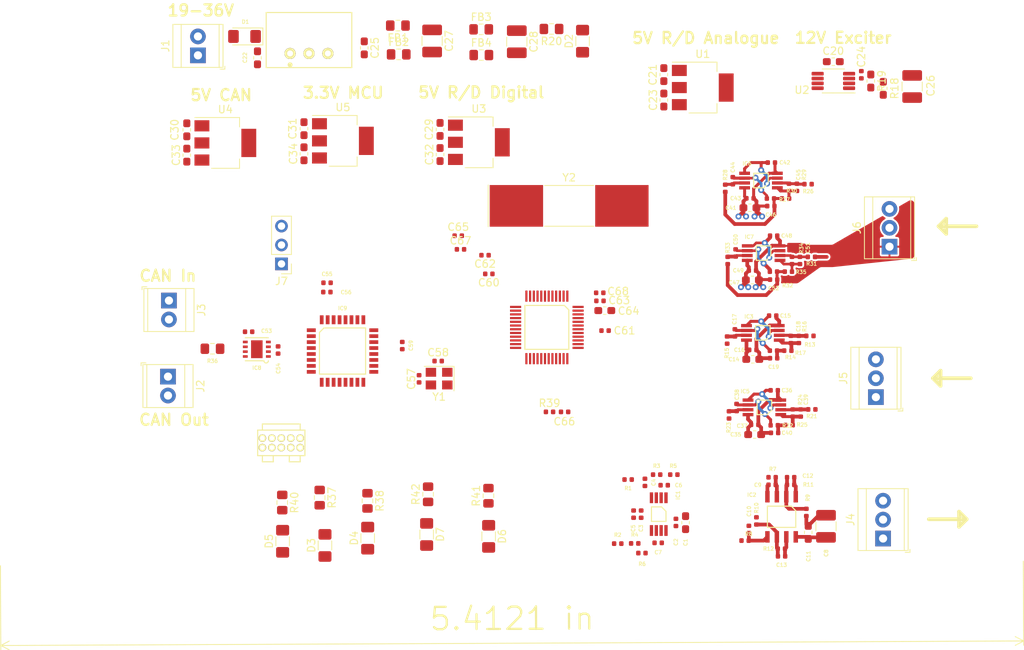
<source format=kicad_pcb>
(kicad_pcb (version 20171130) (host pcbnew 5.1.5-52549c5~84~ubuntu18.04.1)
  (layers (0 F.Cu signal) (31 B.Cu signal) (34 B.Paste user) (35 F.Paste user) (36 B.SilkS user) (37 F.SilkS user) (38 B.Mask user) (39 F.Mask user) (44 Edge.Cuts user))
  (net 0 "")
  (net 1 GNDA)
  (net 2 "/Microcontroller & Interface/5V_RESOLVER_ANALOGUE")
  (net 3 "/Resolver Exciter/AD2S1210_VREF")
  (net 4 "Net-(C4-Pad1)")
  (net 5 "Net-(C5-Pad2)")
  (net 6 "Net-(C6-Pad2)")
  (net 7 "Net-(C6-Pad1)")
  (net 8 "Net-(C7-Pad2)")
  (net 9 "Net-(C7-Pad1)")
  (net 10 "/Power Supplies/12V_EXCITER")
  (net 11 "Net-(C9-Pad1)")
  (net 12 "Net-(C10-Pad2)")
  (net 13 "/Resolver Exciter/EXC+_OUTPUT")
  (net 14 "Net-(C12-Pad1)")
  (net 15 "Net-(C13-Pad2)")
  (net 16 "/Resolver Exciter/EXC-_OUTPUT")
  (net 17 "/Resolver Receiver SIN+/AD2S1210_INPUT")
  (net 18 "Net-(C17-Pad1)")
  (net 19 "Net-(C18-Pad2)")
  (net 20 "Net-(C18-Pad1)")
  (net 21 "Net-(C19-Pad1)")
  (net 22 AVCC)
  (net 23 "/Power Supplies/POWER_28V-")
  (net 24 "Net-(C22-Pad1)")
  (net 25 "Net-(C24-Pad1)")
  (net 26 "Net-(C25-Pad1)")
  (net 27 GND)
  (net 28 +15V)
  (net 29 "/Microcontroller & Interface/5V_RESOLVER_DIGITAL")
  (net 30 "/CAN TXRX/5V_CAN")
  (net 31 "/CAN TXRX/3.3V_MCU")
  (net 32 "/Resolver Receiver SIN-/AD2S1210_INPUT")
  (net 33 "Net-(C38-Pad1)")
  (net 34 "Net-(C39-Pad2)")
  (net 35 "Net-(C39-Pad1)")
  (net 36 "Net-(C40-Pad1)")
  (net 37 "/Resolver Receiver COS+/AD2S1210_INPUT")
  (net 38 "Net-(C44-Pad1)")
  (net 39 "Net-(C45-Pad2)")
  (net 40 "Net-(C45-Pad1)")
  (net 41 "Net-(C46-Pad1)")
  (net 42 "/Resolver Receiver COS-/AD2S1210_INPUT")
  (net 43 "Net-(C50-Pad1)")
  (net 44 "Net-(C51-Pad2)")
  (net 45 "Net-(C51-Pad1)")
  (net 46 "Net-(C52-Pad1)")
  (net 47 "Net-(C57-Pad2)")
  (net 48 "Net-(C58-Pad1)")
  (net 49 "Net-(C63-Pad1)")
  (net 50 "Net-(C65-Pad1)")
  (net 51 "Net-(C66-Pad1)")
  (net 52 "Net-(C67-Pad1)")
  (net 53 "/Power Supplies/POWER_28V+")
  (net 54 "Net-(D2-Pad2)")
  (net 55 "Net-(D3-Pad2)")
  (net 56 "Net-(D4-Pad2)")
  (net 57 "Net-(D5-Pad2)")
  (net 58 "Net-(D6-Pad1)")
  (net 59 "Net-(D7-Pad1)")
  (net 60 "/CAN TXRX/CAN_H")
  (net 61 "/CAN TXRX/CAN_L")
  (net 62 "/CAN TXRX/CAN_MCU_RXD")
  (net 63 "/CAN TXRX/CAN_MCU_TXD")
  (net 64 "Net-(IC9-Pad30)")
  (net 65 "Net-(IC9-Pad29)")
  (net 66 "/Microcontroller & Interface/SPI_RD_MOSI")
  (net 67 "/Microcontroller & Interface/SPI_RD_MISO")
  (net 68 "/Microcontroller & Interface/SPI_RD_SCK")
  (net 69 "/Microcontroller & Interface/SPI_RD_~CS")
  (net 70 "/Microcontroller & Interface/SWD_CLK")
  (net 71 "/Microcontroller & Interface/SWD_IO")
  (net 72 "/Microcontroller & Interface/UART_DEBUG_RX")
  (net 73 "/Microcontroller & Interface/UART_DEBUG_TX")
  (net 74 "Net-(IC9-Pad18)")
  (net 75 "Net-(IC9-Pad15)")
  (net 76 "Net-(IC9-Pad14)")
  (net 77 "Net-(IC9-Pad13)")
  (net 78 "/Microcontroller & Interface/~DOT")
  (net 79 "/Microcontroller & Interface/~LOT")
  (net 80 "/Microcontroller & Interface/A1")
  (net 81 "/Microcontroller & Interface/A0")
  (net 82 "/Microcontroller & Interface/RES1")
  (net 83 "/Microcontroller & Interface/RES0")
  (net 84 "/Microcontroller & Interface/~SAMPLE")
  (net 85 "Net-(IC9-Pad4)")
  (net 86 "/Resolver Exciter/AD2S1210_EXC-")
  (net 87 "/Resolver Exciter/AD2S1210_EXC+")
  (net 88 "Net-(IC10-Pad32)")
  (net 89 "/Microcontroller & Interface/INC_NM")
  (net 90 "/Microcontroller & Interface/INC_B")
  (net 91 "/Microcontroller & Interface/INC_A")
  (net 92 "Net-(IC10-Pad28)")
  (net 93 "Net-(IC10-Pad27)")
  (net 94 "Net-(IC10-Pad26)")
  (net 95 "Net-(IC10-Pad25)")
  (net 96 "Net-(IC10-Pad24)")
  (net 97 "Net-(IC10-Pad23)")
  (net 98 "Net-(IC10-Pad22)")
  (net 99 "Net-(IC10-Pad21)")
  (net 100 "Net-(IC10-Pad20)")
  (net 101 "Net-(IC10-Pad17)")
  (net 102 "Net-(IC10-Pad16)")
  (net 103 "Net-(IC10-Pad15)")
  (net 104 "Net-(IC10-Pad14)")
  (net 105 "/Resolver Receiver SIN+/RECEIVER_INPUT")
  (net 106 "/Resolver Receiver SIN-/RECEIVER_INPUT")
  (net 107 "/Resolver Receiver COS+/RECEIVER_INPUT")
  (net 108 "/Resolver Receiver COS-/RECEIVER_INPUT")
  (net 109 "Net-(P1-Pad8)")
  (net 110 "Net-(P1-Pad7)")
  (net 111 "Net-(P1-Pad6)")
  (net 112 "Net-(R18-Pad2)")
  (net 113 "Net-(U2-Pad7)")
  (net 114 "Net-(U2-Pad6)")
  (net 115 "Net-(Y1-Pad4)")
  (module Crystal:Crystal_SMD_SeikoEpson_MA505-2Pin_12.7x5.1mm_HandSoldering (layer F.Cu) (at 135.8637 80.6196)
    (fp_text reference Y2 (at 0 -3.8) (layer F.SilkS))
    (fp_text value Crystal)
    (pad 2 smd rect (at 7.0875 0) (size 7.175 5.6) (layers F.Cu F.Paste F.Mask) (net 52 "Net-(C67-Pad1)"))
    (pad 1 smd rect (at -7.0875 0) (size 7.175 5.6) (layers F.Cu F.Paste F.Mask) (net 50 "Net-(C65-Pad1)"))
  )
  (module Crystal:Crystal_SMD_Abracon_ABM8G-4Pin_3.2x2.5mm (layer F.Cu) (at 118.3894 103.8352 180)
    (fp_text reference Y1 (at 0 -2.45) (layer F.SilkS))
    (fp_text value Crystal_GND24 hide)
    (pad 4 smd rect (at -1.1 -0.85 180) (size 1.4 1.2) (layers F.Cu F.Paste F.Mask) (net 115 "Net-(Y1-Pad4)"))
    (pad 3 smd rect (at 1.1 -0.85 180) (size 1.4 1.2) (layers F.Cu F.Paste F.Mask) (net 47 "Net-(C57-Pad2)"))
    (pad 2 smd rect (at 1.1 0.85 180) (size 1.4 1.2) (layers F.Cu F.Paste F.Mask) (net 27 GND))
    (pad 1 smd rect (at -1.1 0.85 180) (size 1.4 1.2) (layers F.Cu F.Paste F.Mask) (net 48 "Net-(C58-Pad1)"))
  )
  (module Package_TO_SOT_SMD:SOT-223-3_TabPin2 (layer F.Cu) (at 105.4608 71.882)
    (fp_text reference U5 (at 0 -4.5) (layer F.SilkS))
    (fp_text value MCP1703A-3302_SOT223 hide)
    (pad 1 smd rect (at -3.15 -2.3) (size 2 1.5) (layers F.Cu F.Paste F.Mask) (net 28 +15V))
    (pad 3 smd rect (at -3.15 2.3) (size 2 1.5) (layers F.Cu F.Paste F.Mask) (net 31 "/CAN TXRX/3.3V_MCU"))
    (pad 2 smd rect (at -3.15 0) (size 2 1.5) (layers F.Cu F.Paste F.Mask) (net 27 GND))
    (pad 2 smd rect (at 3.15 0) (size 2 3.8) (layers F.Cu F.Paste F.Mask) (net 27 GND))
  )
  (module Package_TO_SOT_SMD:SOT-223-3_TabPin2 (layer F.Cu) (at 89.6616 72.1614)
    (fp_text reference U4 (at 0 -4.5) (layer F.SilkS))
    (fp_text value MCP1703A-5002_SOT223 hide)
    (pad 1 smd rect (at -3.15 -2.3) (size 2 1.5) (layers F.Cu F.Paste F.Mask) (net 28 +15V))
    (pad 3 smd rect (at -3.15 2.3) (size 2 1.5) (layers F.Cu F.Paste F.Mask) (net 30 "/CAN TXRX/5V_CAN"))
    (pad 2 smd rect (at -3.15 0) (size 2 1.5) (layers F.Cu F.Paste F.Mask) (net 27 GND))
    (pad 2 smd rect (at 3.15 0) (size 2 3.8) (layers F.Cu F.Paste F.Mask) (net 27 GND))
  )
  (module Package_TO_SOT_SMD:SOT-223-3_TabPin2 (layer F.Cu) (at 123.7323 72.0764)
    (fp_text reference U3 (at 0 -4.5) (layer F.SilkS))
    (fp_text value MCP1703A-5002_SOT223 hide)
    (pad 1 smd rect (at -3.15 -2.3) (size 2 1.5) (layers F.Cu F.Paste F.Mask) (net 28 +15V))
    (pad 3 smd rect (at -3.15 2.3) (size 2 1.5) (layers F.Cu F.Paste F.Mask) (net 29 "/Microcontroller & Interface/5V_RESOLVER_DIGITAL"))
    (pad 2 smd rect (at -3.15 0) (size 2 1.5) (layers F.Cu F.Paste F.Mask) (net 27 GND))
    (pad 2 smd rect (at 3.15 0) (size 2 3.8) (layers F.Cu F.Paste F.Mask) (net 27 GND))
  )
  (module Package_SO:MSOP-8_3x3mm_P0.65mm (layer F.Cu) (at 171.3738 63.8302 180)
    (fp_text reference U2 (at 4.2164 -1.2192) (layer F.SilkS))
    (fp_text value LT1762 hide)
    (pad 8 smd roundrect (at 2.1125 -0.975 180) (size 1.625 0.5) (layers F.Cu F.Paste F.Mask) (net 22 AVCC))
    (pad 7 smd roundrect (at 2.1125 -0.325 180) (size 1.625 0.5) (layers F.Cu F.Paste F.Mask) (net 113 "Net-(U2-Pad7)"))
    (pad 6 smd roundrect (at 2.1125 0.325 180) (size 1.625 0.5) (layers F.Cu F.Paste F.Mask) (net 114 "Net-(U2-Pad6)"))
    (pad 5 smd roundrect (at 2.1125 0.975 180) (size 1.625 0.5) (layers F.Cu F.Paste F.Mask) (net 22 AVCC))
    (pad 4 smd roundrect (at -2.1125 0.975 180) (size 1.625 0.5) (layers F.Cu F.Paste F.Mask) (net 1 GNDA))
    (pad 3 smd roundrect (at -2.1125 0.325 180) (size 1.625 0.5) (layers F.Cu F.Paste F.Mask) (net 25 "Net-(C24-Pad1)"))
    (pad 2 smd roundrect (at -2.1125 -0.325 180) (size 1.625 0.5) (layers F.Cu F.Paste F.Mask) (net 112 "Net-(R18-Pad2)"))
    (pad 1 smd roundrect (at -2.1125 -0.975 180) (size 1.625 0.5) (layers F.Cu F.Paste F.Mask) (net 10 "/Power Supplies/12V_EXCITER"))
  )
  (module Package_TO_SOT_SMD:SOT-223-3_TabPin2 (layer F.Cu) (at 153.8224 64.7192)
    (fp_text reference U1 (at 0 -4.5) (layer F.SilkS))
    (fp_text value MCP1703A-5002_SOT223 hide)
    (pad 1 smd rect (at -3.15 -2.3) (size 2 1.5) (layers F.Cu F.Paste F.Mask) (net 22 AVCC))
    (pad 3 smd rect (at -3.15 2.3) (size 2 1.5) (layers F.Cu F.Paste F.Mask) (net 2 "/Microcontroller & Interface/5V_RESOLVER_ANALOGUE"))
    (pad 2 smd rect (at -3.15 0) (size 2 1.5) (layers F.Cu F.Paste F.Mask) (net 1 GNDA))
    (pad 2 smd rect (at 3.15 0) (size 2 3.8) (layers F.Cu F.Paste F.Mask) (net 1 GNDA))
  )
  (module Resistor_SMD:R_0805_2012Metric_Pad1.15x1.40mm_HandSolder (layer F.Cu) (at 116.9072 119.38 90)
    (fp_text reference R42 (at 0 -1.65 90) (layer F.SilkS))
    (fp_text value 120R hide)
    (pad 2 smd roundrect (at 1.025 0 90) (size 1.15 1.4) (layers F.Cu F.Paste F.Mask) (roundrect_rratio 0.217391) (net 78 "/Microcontroller & Interface/~DOT"))
    (pad 1 smd roundrect (at -1.025 0 90) (size 1.15 1.4) (layers F.Cu F.Paste F.Mask) (roundrect_rratio 0.217391) (net 59 "Net-(D7-Pad1)"))
  )
  (module Resistor_SMD:R_0805_2012Metric_Pad1.15x1.40mm_HandSolder (layer F.Cu) (at 125.0188 119.5742 90)
    (fp_text reference R41 (at 0 -1.65 90) (layer F.SilkS))
    (fp_text value 120R hide)
    (pad 2 smd roundrect (at 1.025 0 90) (size 1.15 1.4) (layers F.Cu F.Paste F.Mask) (roundrect_rratio 0.217391) (net 79 "/Microcontroller & Interface/~LOT"))
    (pad 1 smd roundrect (at -1.025 0 90) (size 1.15 1.4) (layers F.Cu F.Paste F.Mask) (roundrect_rratio 0.217391) (net 58 "Net-(D6-Pad1)"))
  )
  (module Resistor_SMD:R_0805_2012Metric_Pad1.15x1.40mm_HandSolder (layer F.Cu) (at 97.3074 120.4886 270)
    (fp_text reference R40 (at 0 -1.65 90) (layer F.SilkS))
    (fp_text value 67R hide)
    (pad 2 smd roundrect (at 1.025 0 270) (size 1.15 1.4) (layers F.Cu F.Paste F.Mask) (roundrect_rratio 0.217391) (net 57 "Net-(D5-Pad2)"))
    (pad 1 smd roundrect (at -1.025 0 270) (size 1.15 1.4) (layers F.Cu F.Paste F.Mask) (roundrect_rratio 0.217391) (net 90 "/Microcontroller & Interface/INC_B"))
  )
  (module Resistor_SMD:R_0402_1005Metric (layer F.Cu) (at 133.2254 108.3056)
    (fp_text reference R39 (at 0 -1.17) (layer F.SilkS))
    (fp_text value 10K hide)
    (pad 2 smd roundrect (at 0.485 0) (size 0.59 0.64) (layers F.Cu F.Paste F.Mask) (net 51 "Net-(C66-Pad1)"))
    (pad 1 smd roundrect (at -0.485 0) (size 0.59 0.64) (layers F.Cu F.Paste F.Mask) (net 31 "/CAN TXRX/3.3V_MCU"))
  )
  (module Resistor_SMD:R_0805_2012Metric_Pad1.15x1.40mm_HandSolder (layer F.Cu) (at 108.7628 120.26 270)
    (fp_text reference R38 (at 0 -1.65 90) (layer F.SilkS))
    (fp_text value 67R hide)
    (pad 2 smd roundrect (at 1.025 0 270) (size 1.15 1.4) (layers F.Cu F.Paste F.Mask) (roundrect_rratio 0.217391) (net 56 "Net-(D4-Pad2)"))
    (pad 1 smd roundrect (at -1.025 0 270) (size 1.15 1.4) (layers F.Cu F.Paste F.Mask) (roundrect_rratio 0.217391) (net 91 "/Microcontroller & Interface/INC_A"))
  )
  (module Resistor_SMD:R_0805_2012Metric_Pad1.15x1.40mm_HandSolder (layer F.Cu) (at 102.3366 119.8282 270)
    (fp_text reference R37 (at 0 -1.65 90) (layer F.SilkS))
    (fp_text value 67R hide)
    (pad 2 smd roundrect (at 1.025 0 270) (size 1.15 1.4) (layers F.Cu F.Paste F.Mask) (roundrect_rratio 0.217391) (net 55 "Net-(D3-Pad2)"))
    (pad 1 smd roundrect (at -1.025 0 270) (size 1.15 1.4) (layers F.Cu F.Paste F.Mask) (roundrect_rratio 0.217391) (net 89 "/Microcontroller & Interface/INC_NM"))
  )
  (module Resistor_SMD:R_0805_2012Metric_Pad1.15x1.40mm_HandSolder (layer F.Cu) (at 87.9311 99.822 180)
    (fp_text reference R36 (at 0 -1.65) (layer F.SilkS) (effects (font (size 0.5 0.5) (thickness 0.1))))
    (fp_text value 120R hide)
    (pad 2 smd roundrect (at 1.025 0 180) (size 1.15 1.4) (layers F.Cu F.Paste F.Mask) (roundrect_rratio 0.217391) (net 61 "/CAN TXRX/CAN_L"))
    (pad 1 smd roundrect (at -1.025 0 180) (size 1.15 1.4) (layers F.Cu F.Paste F.Mask) (roundrect_rratio 0.217391) (net 60 "/CAN TXRX/CAN_H"))
  )
  (module Resistor_SMD:R_0402_1005Metric (layer F.Cu) (at 165.3262 89.4588)
    (fp_text reference R35 (at 1.7042 0.0508) (layer F.SilkS) (effects (font (size 0.5 0.5) (thickness 0.1))))
    (fp_text value 4K7 hide)
    (pad 2 smd roundrect (at 0.485 0) (size 0.59 0.64) (layers F.Cu F.Paste F.Mask) (net 44 "Net-(C51-Pad2)"))
    (pad 1 smd roundrect (at -0.485 0) (size 0.59 0.64) (layers F.Cu F.Paste F.Mask) (net 46 "Net-(C52-Pad1)"))
  )
  (module Resistor_SMD:R_0402_1005Metric (layer F.Cu) (at 165.8112 87.9578 270)
    (fp_text reference R34 (at -1.6486 -1.27 90) (layer F.SilkS) (effects (font (size 0.5 0.5) (thickness 0.1))))
    (fp_text value 22K hide)
    (pad 2 smd roundrect (at 0.485 0 270) (size 0.59 0.64) (layers F.Cu F.Paste F.Mask) (net 44 "Net-(C51-Pad2)"))
    (pad 1 smd roundrect (at -0.485 0 270) (size 0.59 0.64) (layers F.Cu F.Paste F.Mask) (net 45 "Net-(C51-Pad1)"))
  )
  (module Resistor_SMD:R_0402_1005Metric (layer F.Cu) (at 157.1752 87.9578 270)
    (fp_text reference R33 (at -1.6994 0 90) (layer F.SilkS) (effects (font (size 0.5 0.5) (thickness 0.1))))
    (fp_text value 2K hide)
    (pad 2 smd roundrect (at 0.485 0 270) (size 0.59 0.64) (layers F.Cu F.Paste F.Mask) (net 46 "Net-(C52-Pad1)"))
    (pad 1 smd roundrect (at -0.485 0 270) (size 0.59 0.64) (layers F.Cu F.Paste F.Mask) (net 42 "/Resolver Receiver COS-/AD2S1210_INPUT"))
  )
  (module Resistor_SMD:R_0402_1005Metric (layer F.Cu) (at 163.322 89.4588)
    (fp_text reference R32 (at 1.905 1.8542) (layer F.SilkS) (effects (font (size 0.5 0.5) (thickness 0.1))))
    (fp_text value 1K2 hide)
    (pad 2 smd roundrect (at 0.485 0) (size 0.59 0.64) (layers F.Cu F.Paste F.Mask) (net 46 "Net-(C52-Pad1)"))
    (pad 1 smd roundrect (at -0.485 0) (size 0.59 0.64) (layers F.Cu F.Paste F.Mask) (net 43 "Net-(C50-Pad1)"))
  )
  (module Resistor_SMD:R_0402_1005Metric (layer F.Cu) (at 168.425 87.4776 180)
    (fp_text reference R31 (at -0.0278 -0.9144) (layer F.SilkS) (effects (font (size 0.5 0.5) (thickness 0.1))))
    (fp_text value 27K hide)
    (pad 2 smd roundrect (at 0.485 0 180) (size 0.59 0.64) (layers F.Cu F.Paste F.Mask) (net 45 "Net-(C51-Pad1)"))
    (pad 1 smd roundrect (at -0.485 0 180) (size 0.59 0.64) (layers F.Cu F.Paste F.Mask) (net 108 "/Resolver Receiver COS-/RECEIVER_INPUT"))
  )
  (module Resistor_SMD:R_0402_1005Metric (layer F.Cu) (at 164.95 79.629)
    (fp_text reference R30 (at 0.8406 -1.016) (layer F.SilkS) (effects (font (size 0.5 0.5) (thickness 0.1))))
    (fp_text value 4K7 hide)
    (pad 2 smd roundrect (at 0.485 0) (size 0.59 0.64) (layers F.Cu F.Paste F.Mask) (net 39 "Net-(C45-Pad2)"))
    (pad 1 smd roundrect (at -0.485 0) (size 0.59 0.64) (layers F.Cu F.Paste F.Mask) (net 41 "Net-(C46-Pad1)"))
  )
  (module Resistor_SMD:R_0402_1005Metric (layer F.Cu) (at 166.4716 78.128 270)
    (fp_text reference R29 (at -1.6994 -0.9652 90) (layer F.SilkS) (effects (font (size 0.5 0.5) (thickness 0.1))))
    (fp_text value 22K hide)
    (pad 2 smd roundrect (at 0.485 0 270) (size 0.59 0.64) (layers F.Cu F.Paste F.Mask) (net 39 "Net-(C45-Pad2)"))
    (pad 1 smd roundrect (at -0.485 0 270) (size 0.59 0.64) (layers F.Cu F.Paste F.Mask) (net 40 "Net-(C45-Pad1)"))
  )
  (module Resistor_SMD:R_0402_1005Metric (layer F.Cu) (at 156.845 78.255 270)
    (fp_text reference R28 (at -1.801 0 90) (layer F.SilkS) (effects (font (size 0.5 0.5) (thickness 0.1))))
    (fp_text value 2K hide)
    (pad 2 smd roundrect (at 0.485 0 270) (size 0.59 0.64) (layers F.Cu F.Paste F.Mask) (net 41 "Net-(C46-Pad1)"))
    (pad 1 smd roundrect (at -0.485 0 270) (size 0.59 0.64) (layers F.Cu F.Paste F.Mask) (net 37 "/Resolver Receiver COS+/AD2S1210_INPUT"))
  )
  (module Resistor_SMD:R_0402_1005Metric (layer F.Cu) (at 162.918 79.629)
    (fp_text reference R27 (at 1.8796 0.1524) (layer F.SilkS) (effects (font (size 0.5 0.5) (thickness 0.1))))
    (fp_text value 1K2 hide)
    (pad 2 smd roundrect (at 0.485 0) (size 0.59 0.64) (layers F.Cu F.Paste F.Mask) (net 41 "Net-(C46-Pad1)"))
    (pad 1 smd roundrect (at -0.485 0) (size 0.59 0.64) (layers F.Cu F.Paste F.Mask) (net 38 "Net-(C44-Pad1)"))
  )
  (module Resistor_SMD:R_0402_1005Metric (layer F.Cu) (at 167.9726 77.6986 180)
    (fp_text reference R26 (at -0.023 -0.9652) (layer F.SilkS) (effects (font (size 0.5 0.5) (thickness 0.1))))
    (fp_text value 27K hide)
    (pad 2 smd roundrect (at 0.485 0 180) (size 0.59 0.64) (layers F.Cu F.Paste F.Mask) (net 40 "Net-(C45-Pad1)"))
    (pad 1 smd roundrect (at -0.485 0 180) (size 0.59 0.64) (layers F.Cu F.Paste F.Mask) (net 107 "/Resolver Receiver COS+/RECEIVER_INPUT"))
  )
  (module Resistor_SMD:R_0402_1005Metric (layer F.Cu) (at 165.4278 110.0836)
    (fp_text reference R25 (at 1.755 -0.0508) (layer F.SilkS) (effects (font (size 0.5 0.5) (thickness 0.1))))
    (fp_text value 4K7 hide)
    (pad 2 smd roundrect (at 0.485 0) (size 0.59 0.64) (layers F.Cu F.Paste F.Mask) (net 34 "Net-(C39-Pad2)"))
    (pad 1 smd roundrect (at -0.485 0) (size 0.59 0.64) (layers F.Cu F.Paste F.Mask) (net 36 "Net-(C40-Pad1)"))
  )
  (module Resistor_SMD:R_0402_1005Metric (layer F.Cu) (at 165.9128 108.4556 270)
    (fp_text reference R24 (at -1.801 -1.016 90) (layer F.SilkS) (effects (font (size 0.5 0.5) (thickness 0.1))))
    (fp_text value 22K hide)
    (pad 2 smd roundrect (at 0.485 0 270) (size 0.59 0.64) (layers F.Cu F.Paste F.Mask) (net 34 "Net-(C39-Pad2)"))
    (pad 1 smd roundrect (at -0.485 0 270) (size 0.59 0.64) (layers F.Cu F.Paste F.Mask) (net 35 "Net-(C39-Pad1)"))
  )
  (module Resistor_SMD:R_0402_1005Metric (layer F.Cu) (at 157.353 108.712 270)
    (fp_text reference R23 (at 1.7042 0.0508 90) (layer F.SilkS) (effects (font (size 0.5 0.5) (thickness 0.1))))
    (fp_text value 2K hide)
    (pad 2 smd roundrect (at 0.485 0 270) (size 0.59 0.64) (layers F.Cu F.Paste F.Mask) (net 36 "Net-(C40-Pad1)"))
    (pad 1 smd roundrect (at -0.485 0 270) (size 0.59 0.64) (layers F.Cu F.Paste F.Mask) (net 32 "/Resolver Receiver SIN-/AD2S1210_INPUT"))
  )
  (module Resistor_SMD:R_0402_1005Metric (layer F.Cu) (at 163.426 110.109)
    (fp_text reference R22 (at 1.8058 0.0508) (layer F.SilkS) (effects (font (size 0.5 0.5) (thickness 0.1))))
    (fp_text value 1K2 hide)
    (pad 2 smd roundrect (at 0.485 0) (size 0.59 0.64) (layers F.Cu F.Paste F.Mask) (net 36 "Net-(C40-Pad1)"))
    (pad 1 smd roundrect (at -0.485 0) (size 0.59 0.64) (layers F.Cu F.Paste F.Mask) (net 33 "Net-(C38-Pad1)"))
  )
  (module Resistor_SMD:R_0402_1005Metric (layer F.Cu) (at 168.4758 107.9754 180)
    (fp_text reference R21 (at 0 -0.9144) (layer F.SilkS) (effects (font (size 0.5 0.5) (thickness 0.1))))
    (fp_text value 27K hide)
    (pad 2 smd roundrect (at 0.485 0 180) (size 0.59 0.64) (layers F.Cu F.Paste F.Mask) (net 35 "Net-(C39-Pad1)"))
    (pad 1 smd roundrect (at -0.485 0 180) (size 0.59 0.64) (layers F.Cu F.Paste F.Mask) (net 106 "/Resolver Receiver SIN-/RECEIVER_INPUT"))
  )
  (module Resistor_SMD:R_0805_2012Metric_Pad1.15x1.40mm_HandSolder (layer F.Cu) (at 133.4934 56.8452 180)
    (fp_text reference R20 (at 0 -1.65) (layer F.SilkS))
    (fp_text value 1K2 hide)
    (pad 2 smd roundrect (at 1.025 0 180) (size 1.15 1.4) (layers F.Cu F.Paste F.Mask) (roundrect_rratio 0.217391) (net 28 +15V))
    (pad 1 smd roundrect (at -1.025 0 180) (size 1.15 1.4) (layers F.Cu F.Paste F.Mask) (roundrect_rratio 0.217391) (net 54 "Net-(D2-Pad2)"))
  )
  (module Resistor_SMD:R_0603_1608Metric_Pad1.05x0.95mm_HandSolder (layer F.Cu) (at 176.403 63.8416 90)
    (fp_text reference R19 (at 0 1.4732 90) (layer F.SilkS))
    (fp_text value R hide)
    (pad 2 smd roundrect (at 0.875 0 90) (size 1.05 0.95) (layers F.Cu F.Paste F.Mask) (net 1 GNDA))
    (pad 1 smd roundrect (at -0.875 0 90) (size 1.05 0.95) (layers F.Cu F.Paste F.Mask) (net 112 "Net-(R18-Pad2)"))
  )
  (module Resistor_SMD:R_0603_1608Metric_Pad1.05x0.95mm_HandSolder (layer F.Cu) (at 178.0794 64.8208 90)
    (fp_text reference R18 (at -0.0114 1.524 90) (layer F.SilkS))
    (fp_text value R hide)
    (pad 2 smd roundrect (at 0.875 0 90) (size 1.05 0.95) (layers F.Cu F.Paste F.Mask) (net 112 "Net-(R18-Pad2)"))
    (pad 1 smd roundrect (at -0.875 0 90) (size 1.05 0.95) (layers F.Cu F.Paste F.Mask) (net 10 "/Power Supplies/12V_EXCITER"))
  )
  (module Resistor_SMD:R_0402_1005Metric (layer F.Cu) (at 165.25 100.076)
    (fp_text reference R17 (at 1.7042 0.3048) (layer F.SilkS) (effects (font (size 0.5 0.5) (thickness 0.1))))
    (fp_text value 4K7 hide)
    (pad 2 smd roundrect (at 0.485 0) (size 0.59 0.64) (layers F.Cu F.Paste F.Mask) (net 19 "Net-(C18-Pad2)"))
    (pad 1 smd roundrect (at -0.485 0) (size 0.59 0.64) (layers F.Cu F.Paste F.Mask) (net 21 "Net-(C19-Pad1)"))
  )
  (module Resistor_SMD:R_0402_1005Metric (layer F.Cu) (at 166.7256 98.575 270)
    (fp_text reference R16 (at -1.7502 -0.762 90) (layer F.SilkS) (effects (font (size 0.5 0.5) (thickness 0.1))))
    (fp_text value 22K hide)
    (pad 2 smd roundrect (at 0.485 0 270) (size 0.59 0.64) (layers F.Cu F.Paste F.Mask) (net 19 "Net-(C18-Pad2)"))
    (pad 1 smd roundrect (at -0.485 0 270) (size 0.59 0.64) (layers F.Cu F.Paste F.Mask) (net 20 "Net-(C18-Pad1)"))
  )
  (module Resistor_SMD:R_0402_1005Metric (layer F.Cu) (at 157.099 98.656 270)
    (fp_text reference R15 (at 1.755 0.0508 90) (layer F.SilkS) (effects (font (size 0.5 0.5) (thickness 0.1))))
    (fp_text value 2K hide)
    (pad 2 smd roundrect (at 0.485 0 270) (size 0.59 0.64) (layers F.Cu F.Paste F.Mask) (net 21 "Net-(C19-Pad1)"))
    (pad 1 smd roundrect (at -0.485 0 270) (size 0.59 0.64) (layers F.Cu F.Paste F.Mask) (net 17 "/Resolver Receiver SIN+/AD2S1210_INPUT"))
  )
  (module Resistor_SMD:R_0402_1005Metric (layer F.Cu) (at 163.322 100.076)
    (fp_text reference R14 (at 2.286 0.889) (layer F.SilkS) (effects (font (size 0.5 0.5) (thickness 0.1))))
    (fp_text value 1K2 hide)
    (pad 2 smd roundrect (at 0.485 0) (size 0.59 0.64) (layers F.Cu F.Paste F.Mask) (net 21 "Net-(C19-Pad1)"))
    (pad 1 smd roundrect (at -0.485 0) (size 0.59 0.64) (layers F.Cu F.Paste F.Mask) (net 18 "Net-(C17-Pad1)"))
  )
  (module Resistor_SMD:R_0402_1005Metric (layer F.Cu) (at 168.2218 98.0948 180)
    (fp_text reference R13 (at 0 -1.17) (layer F.SilkS) (effects (font (size 0.5 0.5) (thickness 0.1))))
    (fp_text value 27K hide)
    (pad 2 smd roundrect (at 0.485 0 180) (size 0.59 0.64) (layers F.Cu F.Paste F.Mask) (net 20 "Net-(C18-Pad1)"))
    (pad 1 smd roundrect (at -0.485 0 180) (size 0.59 0.64) (layers F.Cu F.Paste F.Mask) (net 105 "/Resolver Receiver SIN+/RECEIVER_INPUT"))
  )
  (module Resistor_SMD:R_0402_1005Metric (layer F.Cu) (at 164.3888 126.6952 180)
    (fp_text reference R12 (at 1.7272 0) (layer F.SilkS) (effects (font (size 0.5 0.5) (thickness 0.1))))
    (fp_text value 910R hide)
    (pad 2 smd roundrect (at 0.485 0 180) (size 0.59 0.64) (layers F.Cu F.Paste F.Mask) (net 15 "Net-(C13-Pad2)"))
    (pad 1 smd roundrect (at -0.485 0 180) (size 0.59 0.64) (layers F.Cu F.Paste F.Mask) (net 13 "/Resolver Exciter/EXC+_OUTPUT"))
  )
  (module Resistor_SMD:R_0402_1005Metric (layer F.Cu) (at 165.631 118.11)
    (fp_text reference R11 (at 2.3876 -0.0254) (layer F.SilkS) (effects (font (size 0.5 0.5) (thickness 0.1))))
    (fp_text value 910R hide)
    (pad 2 smd roundrect (at 0.485 0) (size 0.59 0.64) (layers F.Cu F.Paste F.Mask) (net 16 "/Resolver Exciter/EXC-_OUTPUT"))
    (pad 1 smd roundrect (at -0.485 0) (size 0.59 0.64) (layers F.Cu F.Paste F.Mask) (net 14 "Net-(C12-Pad1)"))
  )
  (module Resistor_SMD:R_0402_1005Metric (layer F.Cu) (at 161.036 122.959 90)
    (fp_text reference R10 (at 1.7502 0 90) (layer F.SilkS) (effects (font (size 0.5 0.5) (thickness 0.1))))
    (fp_text value 620R hide)
    (pad 2 smd roundrect (at 0.485 0 90) (size 0.59 0.64) (layers F.Cu F.Paste F.Mask) (net 1 GNDA))
    (pad 1 smd roundrect (at -0.485 0 90) (size 0.59 0.64) (layers F.Cu F.Paste F.Mask) (net 15 "Net-(C13-Pad2)"))
  )
  (module Resistor_SMD:R_0402_1005Metric (layer F.Cu) (at 167.7416 121.8184 90)
    (fp_text reference R9 (at 1.9558 0.2032 90) (layer F.SilkS) (effects (font (size 0.5 0.5) (thickness 0.1))))
    (fp_text value 620R hide)
    (pad 2 smd roundrect (at 0.485 0 90) (size 0.59 0.64) (layers F.Cu F.Paste F.Mask) (net 14 "Net-(C12-Pad1)"))
    (pad 1 smd roundrect (at -0.485 0 90) (size 0.59 0.64) (layers F.Cu F.Paste F.Mask) (net 1 GNDA))
  )
  (module Resistor_SMD:R_0402_1005Metric (layer F.Cu) (at 159.512 125.603 180)
    (fp_text reference R8 (at -0.485 0.889) (layer F.SilkS) (effects (font (size 0.5 0.5) (thickness 0.1))))
    (fp_text value 820R hide)
    (pad 2 smd roundrect (at 0.485 0 180) (size 0.59 0.64) (layers F.Cu F.Paste F.Mask) (net 8 "Net-(C7-Pad2)"))
    (pad 1 smd roundrect (at -0.485 0 180) (size 0.59 0.64) (layers F.Cu F.Paste F.Mask) (net 12 "Net-(C10-Pad2)"))
  )
  (module Resistor_SMD:R_0402_1005Metric (layer F.Cu) (at 163.1418 117.094 180)
    (fp_text reference R7 (at -0.0786 1.0922) (layer F.SilkS) (effects (font (size 0.5 0.5) (thickness 0.1))))
    (fp_text value 820R hide)
    (pad 2 smd roundrect (at 0.485 0 180) (size 0.59 0.64) (layers F.Cu F.Paste F.Mask) (net 7 "Net-(C6-Pad1)"))
    (pad 1 smd roundrect (at -0.485 0 180) (size 0.59 0.64) (layers F.Cu F.Paste F.Mask) (net 11 "Net-(C9-Pad1)"))
  )
  (module Resistor_SMD:R_0402_1005Metric (layer F.Cu) (at 145.646 127.2794)
    (fp_text reference R6 (at 0.0278 1.4732) (layer F.SilkS) (effects (font (size 0.5 0.5) (thickness 0.1))))
    (fp_text value 20k hide)
    (pad 2 smd roundrect (at 0.485 0) (size 0.59 0.64) (layers F.Cu F.Paste F.Mask) (net 8 "Net-(C7-Pad2)"))
    (pad 1 smd roundrect (at -0.485 0) (size 0.59 0.64) (layers F.Cu F.Paste F.Mask) (net 5 "Net-(C5-Pad2)"))
  )
  (module Resistor_SMD:R_0402_1005Metric (layer F.Cu) (at 149.9338 116.7384 180)
    (fp_text reference R5 (at 0.0738 1.1684) (layer F.SilkS) (effects (font (size 0.5 0.5) (thickness 0.1))))
    (fp_text value 20k hide)
    (pad 2 smd roundrect (at 0.485 0 180) (size 0.59 0.64) (layers F.Cu F.Paste F.Mask) (net 4 "Net-(C4-Pad1)"))
    (pad 1 smd roundrect (at -0.485 0 180) (size 0.59 0.64) (layers F.Cu F.Paste F.Mask) (net 7 "Net-(C6-Pad1)"))
  )
  (module Resistor_SMD:R_0402_1005Metric (layer F.Cu) (at 144.676 125.984)
    (fp_text reference R4 (at 0 -1.17) (layer F.SilkS) (effects (font (size 0.5 0.5) (thickness 0.1))))
    (fp_text value 6k2 hide)
    (pad 2 smd roundrect (at 0.485 0) (size 0.59 0.64) (layers F.Cu F.Paste F.Mask) (net 9 "Net-(C7-Pad1)"))
    (pad 1 smd roundrect (at -0.485 0) (size 0.59 0.64) (layers F.Cu F.Paste F.Mask) (net 5 "Net-(C5-Pad2)"))
  )
  (module Resistor_SMD:R_0402_1005Metric (layer F.Cu) (at 147.6248 116.7384 180)
    (fp_text reference R3 (at 0 1.1684) (layer F.SilkS) (effects (font (size 0.5 0.5) (thickness 0.1))))
    (fp_text value 6k2 hide)
    (pad 2 smd roundrect (at 0.485 0 180) (size 0.59 0.64) (layers F.Cu F.Paste F.Mask) (net 4 "Net-(C4-Pad1)"))
    (pad 1 smd roundrect (at -0.485 0 180) (size 0.59 0.64) (layers F.Cu F.Paste F.Mask) (net 6 "Net-(C6-Pad2)"))
  )
  (module Resistor_SMD:R_0402_1005Metric (layer F.Cu) (at 142.3948 126.0094)
    (fp_text reference R2 (at 0 -1.17) (layer F.SilkS) (effects (font (size 0.5 0.5) (thickness 0.1))))
    (fp_text value 20k hide)
    (pad 2 smd roundrect (at 0.485 0) (size 0.59 0.64) (layers F.Cu F.Paste F.Mask) (net 5 "Net-(C5-Pad2)"))
    (pad 1 smd roundrect (at -0.485 0) (size 0.59 0.64) (layers F.Cu F.Paste F.Mask) (net 87 "/Resolver Exciter/AD2S1210_EXC+"))
  )
  (module Resistor_SMD:R_0402_1005Metric (layer F.Cu) (at 143.7918 117.3988 180)
    (fp_text reference R1 (at 0 -1.17) (layer F.SilkS) (effects (font (size 0.5 0.5) (thickness 0.1))))
    (fp_text value 20k hide)
    (pad 2 smd roundrect (at 0.485 0 180) (size 0.59 0.64) (layers F.Cu F.Paste F.Mask) (net 86 "/Resolver Exciter/AD2S1210_EXC-"))
    (pad 1 smd roundrect (at -0.485 0 180) (size 0.59 0.64) (layers F.Cu F.Paste F.Mask) (net 4 "Net-(C4-Pad1)"))
  )
  (module agg:FTSH-105-01-F-D-K (layer F.Cu) (at 97.1804 112.4712)
    (fp_text reference P1)
    (fp_text value SWD hide)
    (pad 10 thru_hole circle (at 2.54 -0.635) (size 1.016 1.016) (drill 0.635) (layers *.Cu *.Mask F.SilkS) (net 85 "Net-(IC9-Pad4)"))
    (pad 9 thru_hole circle (at 2.54 0.635) (size 1.016 1.016) (drill 0.635) (layers *.Cu *.Mask F.SilkS) (net 27 GND))
    (pad 8 thru_hole circle (at 1.27 -0.635) (size 1.016 1.016) (drill 0.635) (layers *.Cu *.Mask F.SilkS) (net 109 "Net-(P1-Pad8)"))
    (pad 7 thru_hole circle (at 1.27 0.635) (size 1.016 1.016) (drill 0.635) (layers *.Cu *.Mask F.SilkS) (net 110 "Net-(P1-Pad7)"))
    (pad 6 thru_hole circle (at 0 -0.635) (size 1.016 1.016) (drill 0.635) (layers *.Cu *.Mask F.SilkS) (net 111 "Net-(P1-Pad6)"))
    (pad 5 thru_hole circle (at 0 0.635) (size 1.016 1.016) (drill 0.635) (layers *.Cu *.Mask F.SilkS) (net 27 GND))
    (pad 4 thru_hole circle (at -1.27 -0.635) (size 1.016 1.016) (drill 0.635) (layers *.Cu *.Mask F.SilkS) (net 70 "/Microcontroller & Interface/SWD_CLK"))
    (pad 3 thru_hole circle (at -1.27 0.635) (size 1.016 1.016) (drill 0.635) (layers *.Cu *.Mask F.SilkS) (net 27 GND))
    (pad 2 thru_hole circle (at -2.54 -0.635) (size 1.016 1.016) (drill 0.635) (layers *.Cu *.Mask F.SilkS) (net 71 "/Microcontroller & Interface/SWD_IO"))
    (pad 1 thru_hole circle (at -2.54 0.635) (size 1.016 1.016) (drill 0.635) (layers *.Cu *.Mask F.SilkS) (net 31 "/CAN TXRX/3.3V_MCU"))
  )
  (module Connector_PinHeader_2.54mm:PinHeader_1x03_P2.54mm_Vertical (layer F.Cu) (at 97.2058 88.4174 180)
    (fp_text reference J7 (at 0 -2.33) (layer F.SilkS))
    (fp_text value CONN_01x03 hide)
    (pad 3 thru_hole oval (at 0 5.08 180) (size 1.7 1.7) (drill 1) (layers *.Cu *.Mask) (net 73 "/Microcontroller & Interface/UART_DEBUG_TX"))
    (pad 2 thru_hole oval (at 0 2.54 180) (size 1.7 1.7) (drill 1) (layers *.Cu *.Mask) (net 72 "/Microcontroller & Interface/UART_DEBUG_RX"))
    (pad 1 thru_hole rect (at 0 0 180) (size 1.7 1.7) (drill 1) (layers *.Cu *.Mask) (net 27 GND))
  )
  (module TerminalBlock_TE-Connectivity:TerminalBlock_TE_282834-3_1x03_P2.54mm_Horizontal (layer F.Cu) (at 178.9176 86.106 90)
    (fp_text reference J6 (at 2.54 -4.37 90) (layer F.SilkS))
    (fp_text value Conn_01x03_Female hide)
    (pad 3 thru_hole circle (at 5.08 0 90) (size 2.1 2.1) (drill 1.1) (layers *.Cu *.Mask) (net 107 "/Resolver Receiver COS+/RECEIVER_INPUT"))
    (pad 2 thru_hole circle (at 2.54 0 90) (size 2.1 2.1) (drill 1.1) (layers *.Cu *.Mask) (net 108 "/Resolver Receiver COS-/RECEIVER_INPUT"))
    (pad 1 thru_hole rect (at 0 0 90) (size 2.1 2.1) (drill 1.1) (layers *.Cu *.Mask) (net 1 GNDA))
  )
  (module TerminalBlock_TE-Connectivity:TerminalBlock_TE_282834-3_1x03_P2.54mm_Horizontal (layer F.Cu) (at 177.0888 106.3244 90)
    (fp_text reference J5 (at 2.54 -4.37 90) (layer F.SilkS))
    (fp_text value Conn_01x03_Female hide)
    (pad 3 thru_hole circle (at 5.08 0 90) (size 2.1 2.1) (drill 1.1) (layers *.Cu *.Mask) (net 105 "/Resolver Receiver SIN+/RECEIVER_INPUT"))
    (pad 2 thru_hole circle (at 2.54 0 90) (size 2.1 2.1) (drill 1.1) (layers *.Cu *.Mask) (net 106 "/Resolver Receiver SIN-/RECEIVER_INPUT"))
    (pad 1 thru_hole rect (at 0 0 90) (size 2.1 2.1) (drill 1.1) (layers *.Cu *.Mask) (net 1 GNDA))
  )
  (module TerminalBlock_TE-Connectivity:TerminalBlock_TE_282834-3_1x03_P2.54mm_Horizontal (layer F.Cu) (at 178.054 125.3236 90)
    (fp_text reference J4 (at 2.54 -4.37 90) (layer F.SilkS))
    (fp_text value Conn_01x03_Female hide)
    (pad 3 thru_hole circle (at 5.08 0 90) (size 2.1 2.1) (drill 1.1) (layers *.Cu *.Mask) (net 16 "/Resolver Exciter/EXC-_OUTPUT"))
    (pad 2 thru_hole circle (at 2.54 0 90) (size 2.1 2.1) (drill 1.1) (layers *.Cu *.Mask) (net 13 "/Resolver Exciter/EXC+_OUTPUT"))
    (pad 1 thru_hole rect (at 0 0 90) (size 2.1 2.1) (drill 1.1) (layers *.Cu *.Mask) (net 1 GNDA))
  )
  (module TerminalBlock_TE-Connectivity:TerminalBlock_TE_282834-2_1x02_P2.54mm_Horizontal (layer F.Cu) (at 82.0801 93.345 270)
    (fp_text reference J3 (at 1.27 -4.37 90) (layer F.SilkS))
    (fp_text value Conn_01x02_Female hide)
    (pad 2 thru_hole circle (at 2.54 0 270) (size 2.1 2.1) (drill 1.1) (layers *.Cu *.Mask) (net 60 "/CAN TXRX/CAN_H"))
    (pad 1 thru_hole rect (at 0 0 270) (size 2.1 2.1) (drill 1.1) (layers *.Cu *.Mask) (net 61 "/CAN TXRX/CAN_L"))
  )
  (module TerminalBlock_TE-Connectivity:TerminalBlock_TE_282834-2_1x02_P2.54mm_Horizontal (layer F.Cu) (at 81.9531 103.5685 270)
    (fp_text reference J2 (at 1.27 -4.37 90) (layer F.SilkS))
    (fp_text value Conn_01x02_Female hide)
    (pad 2 thru_hole circle (at 2.54 0 270) (size 2.1 2.1) (drill 1.1) (layers *.Cu *.Mask) (net 60 "/CAN TXRX/CAN_H"))
    (pad 1 thru_hole rect (at 0 0 270) (size 2.1 2.1) (drill 1.1) (layers *.Cu *.Mask) (net 61 "/CAN TXRX/CAN_L"))
  )
  (module TerminalBlock_TE-Connectivity:TerminalBlock_TE_282834-2_1x02_P2.54mm_Horizontal (layer F.Cu) (at 85.979 60.3885 90)
    (fp_text reference J1 (at 1.27 -4.37 90) (layer F.SilkS))
    (fp_text value Conn_01x02_Female hide)
    (pad 2 thru_hole circle (at 2.54 0 90) (size 2.1 2.1) (drill 1.1) (layers *.Cu *.Mask) (net 53 "/Power Supplies/POWER_28V+"))
    (pad 1 thru_hole rect (at 0 0 90) (size 2.1 2.1) (drill 1.1) (layers *.Cu *.Mask) (net 23 "/Power Supplies/POWER_28V-"))
  )
  (module agg:LQFP-48 (layer F.Cu) (at 132.8674 96.9518 270)
    (fp_text reference IC10)
    (fp_text value AD2S1210 hide)
    (pad 48 smd rect (at -2.75 -4.2 270) (size 0.3 1.5) (layers F.Cu F.Paste F.Mask) (net 83 "/Microcontroller & Interface/RES0"))
    (pad 47 smd rect (at -2.25 -4.2 270) (size 0.3 1.5) (layers F.Cu F.Paste F.Mask) (net 3 "/Resolver Exciter/AD2S1210_VREF"))
    (pad 46 smd rect (at -1.75 -4.2 270) (size 0.3 1.5) (layers F.Cu F.Paste F.Mask) (net 49 "Net-(C63-Pad1)"))
    (pad 45 smd rect (at -1.25 -4.2 270) (size 0.3 1.5) (layers F.Cu F.Paste F.Mask) (net 37 "/Resolver Receiver COS+/AD2S1210_INPUT"))
    (pad 44 smd rect (at -0.75 -4.2 270) (size 0.3 1.5) (layers F.Cu F.Paste F.Mask) (net 42 "/Resolver Receiver COS-/AD2S1210_INPUT"))
    (pad 43 smd rect (at -0.25 -4.2 270) (size 0.3 1.5) (layers F.Cu F.Paste F.Mask) (net 2 "/Microcontroller & Interface/5V_RESOLVER_ANALOGUE"))
    (pad 42 smd rect (at 0.25 -4.2 270) (size 0.3 1.5) (layers F.Cu F.Paste F.Mask) (net 32 "/Resolver Receiver SIN-/AD2S1210_INPUT"))
    (pad 41 smd rect (at 0.75 -4.2 270) (size 0.3 1.5) (layers F.Cu F.Paste F.Mask) (net 17 "/Resolver Receiver SIN+/AD2S1210_INPUT"))
    (pad 40 smd rect (at 1.25 -4.2 270) (size 0.3 1.5) (layers F.Cu F.Paste F.Mask) (net 1 GNDA))
    (pad 39 smd rect (at 1.75 -4.2 270) (size 0.3 1.5) (layers F.Cu F.Paste F.Mask) (net 86 "/Resolver Exciter/AD2S1210_EXC-"))
    (pad 38 smd rect (at 2.25 -4.2 270) (size 0.3 1.5) (layers F.Cu F.Paste F.Mask) (net 87 "/Resolver Exciter/AD2S1210_EXC+"))
    (pad 37 smd rect (at 2.75 -4.2 270) (size 0.3 1.5) (layers F.Cu F.Paste F.Mask) (net 81 "/Microcontroller & Interface/A0"))
    (pad 36 smd rect (at 4.2 -2.75 270) (size 1.5 0.3) (layers F.Cu F.Paste F.Mask) (net 80 "/Microcontroller & Interface/A1"))
    (pad 35 smd rect (at 4.2 -2.25 270) (size 1.5 0.3) (layers F.Cu F.Paste F.Mask) (net 78 "/Microcontroller & Interface/~DOT"))
    (pad 34 smd rect (at 4.2 -1.75 270) (size 1.5 0.3) (layers F.Cu F.Paste F.Mask) (net 79 "/Microcontroller & Interface/~LOT"))
    (pad 33 smd rect (at 4.2 -1.25 270) (size 1.5 0.3) (layers F.Cu F.Paste F.Mask) (net 51 "Net-(C66-Pad1)"))
    (pad 32 smd rect (at 4.2 -0.75 270) (size 1.5 0.3) (layers F.Cu F.Paste F.Mask) (net 88 "Net-(IC10-Pad32)"))
    (pad 31 smd rect (at 4.2 -0.25 270) (size 1.5 0.3) (layers F.Cu F.Paste F.Mask) (net 89 "/Microcontroller & Interface/INC_NM"))
    (pad 30 smd rect (at 4.2 0.25 270) (size 1.5 0.3) (layers F.Cu F.Paste F.Mask) (net 90 "/Microcontroller & Interface/INC_B"))
    (pad 29 smd rect (at 4.2 0.75 270) (size 1.5 0.3) (layers F.Cu F.Paste F.Mask) (net 91 "/Microcontroller & Interface/INC_A"))
    (pad 28 smd rect (at 4.2 1.25 270) (size 1.5 0.3) (layers F.Cu F.Paste F.Mask) (net 92 "Net-(IC10-Pad28)"))
    (pad 27 smd rect (at 4.2 1.75 270) (size 1.5 0.3) (layers F.Cu F.Paste F.Mask) (net 93 "Net-(IC10-Pad27)"))
    (pad 26 smd rect (at 4.2 2.25 270) (size 1.5 0.3) (layers F.Cu F.Paste F.Mask) (net 94 "Net-(IC10-Pad26)"))
    (pad 25 smd rect (at 4.2 2.75 270) (size 1.5 0.3) (layers F.Cu F.Paste F.Mask) (net 95 "Net-(IC10-Pad25)"))
    (pad 24 smd rect (at 2.75 4.2 270) (size 0.3 1.5) (layers F.Cu F.Paste F.Mask) (net 96 "Net-(IC10-Pad24)"))
    (pad 23 smd rect (at 2.25 4.2 270) (size 0.3 1.5) (layers F.Cu F.Paste F.Mask) (net 97 "Net-(IC10-Pad23)"))
    (pad 22 smd rect (at 1.75 4.2 270) (size 0.3 1.5) (layers F.Cu F.Paste F.Mask) (net 98 "Net-(IC10-Pad22)"))
    (pad 21 smd rect (at 1.25 4.2 270) (size 0.3 1.5) (layers F.Cu F.Paste F.Mask) (net 99 "Net-(IC10-Pad21)"))
    (pad 20 smd rect (at 0.75 4.2 270) (size 0.3 1.5) (layers F.Cu F.Paste F.Mask) (net 100 "Net-(IC10-Pad20)"))
    (pad 19 smd rect (at 0.25 4.2 270) (size 0.3 1.5) (layers F.Cu F.Paste F.Mask) (net 27 GND))
    (pad 18 smd rect (at -0.25 4.2 270) (size 0.3 1.5) (layers F.Cu F.Paste F.Mask) (net 31 "/CAN TXRX/3.3V_MCU"))
    (pad 17 smd rect (at -0.75 4.2 270) (size 0.3 1.5) (layers F.Cu F.Paste F.Mask) (net 101 "Net-(IC10-Pad17)"))
    (pad 16 smd rect (at -1.25 4.2 270) (size 0.3 1.5) (layers F.Cu F.Paste F.Mask) (net 102 "Net-(IC10-Pad16)"))
    (pad 15 smd rect (at -1.75 4.2 270) (size 0.3 1.5) (layers F.Cu F.Paste F.Mask) (net 103 "Net-(IC10-Pad15)"))
    (pad 14 smd rect (at -2.25 4.2 270) (size 0.3 1.5) (layers F.Cu F.Paste F.Mask) (net 104 "Net-(IC10-Pad14)"))
    (pad 13 smd rect (at -2.75 4.2 270) (size 0.3 1.5) (layers F.Cu F.Paste F.Mask) (net 68 "/Microcontroller & Interface/SPI_RD_SCK"))
    (pad 12 smd rect (at -4.2 2.75 270) (size 1.5 0.3) (layers F.Cu F.Paste F.Mask) (net 66 "/Microcontroller & Interface/SPI_RD_MOSI"))
    (pad 11 smd rect (at -4.2 2.25 270) (size 1.5 0.3) (layers F.Cu F.Paste F.Mask) (net 67 "/Microcontroller & Interface/SPI_RD_MISO"))
    (pad 10 smd rect (at -4.2 1.75 270) (size 1.5 0.3) (layers F.Cu F.Paste F.Mask) (net 84 "/Microcontroller & Interface/~SAMPLE"))
    (pad 9 smd rect (at -4.2 1.25 270) (size 1.5 0.3) (layers F.Cu F.Paste F.Mask) (net 27 GND))
    (pad 8 smd rect (at -4.2 0.75 270) (size 1.5 0.3) (layers F.Cu F.Paste F.Mask) (net 50 "Net-(C65-Pad1)"))
    (pad 7 smd rect (at -4.2 0.25 270) (size 1.5 0.3) (layers F.Cu F.Paste F.Mask) (net 52 "Net-(C67-Pad1)"))
    (pad 6 smd rect (at -4.2 -0.25 270) (size 1.5 0.3) (layers F.Cu F.Paste F.Mask) (net 29 "/Microcontroller & Interface/5V_RESOLVER_DIGITAL"))
    (pad 5 smd rect (at -4.2 -0.75 270) (size 1.5 0.3) (layers F.Cu F.Paste F.Mask) (net 27 GND))
    (pad 4 smd rect (at -4.2 -1.25 270) (size 1.5 0.3) (layers F.Cu F.Paste F.Mask) (net 69 "/Microcontroller & Interface/SPI_RD_~CS"))
    (pad 3 smd rect (at -4.2 -1.75 270) (size 1.5 0.3) (layers F.Cu F.Paste F.Mask) (net 31 "/CAN TXRX/3.3V_MCU"))
    (pad 2 smd rect (at -4.2 -2.25 270) (size 1.5 0.3) (layers F.Cu F.Paste F.Mask) (net 27 GND))
    (pad 1 smd rect (at -4.2 -2.75 270) (size 1.5 0.3) (layers F.Cu F.Paste F.Mask) (net 82 "/Microcontroller & Interface/RES1"))
  )
  (module agg:LQFP-32 (layer F.Cu) (at 105.41 100.1268)
    (fp_text reference IC9 (at 0 -5.75) (layer F.SilkS) (effects (font (size 0.5 0.5) (thickness 0.1))))
    (fp_text value STM32F0xxKxTx hide)
    (pad 32 smd rect (at -2.8 -4.2) (size 0.5 1.2) (layers F.Cu F.Paste F.Mask) (net 27 GND))
    (pad 31 smd rect (at -2 -4.2) (size 0.5 1.2) (layers F.Cu F.Paste F.Mask) (net 27 GND))
    (pad 30 smd rect (at -1.2 -4.2) (size 0.5 1.2) (layers F.Cu F.Paste F.Mask) (net 64 "Net-(IC9-Pad30)"))
    (pad 29 smd rect (at -0.4 -4.2) (size 0.5 1.2) (layers F.Cu F.Paste F.Mask) (net 65 "Net-(IC9-Pad29)"))
    (pad 28 smd rect (at 0.4 -4.2) (size 0.5 1.2) (layers F.Cu F.Paste F.Mask) (net 66 "/Microcontroller & Interface/SPI_RD_MOSI"))
    (pad 27 smd rect (at 1.2 -4.2) (size 0.5 1.2) (layers F.Cu F.Paste F.Mask) (net 67 "/Microcontroller & Interface/SPI_RD_MISO"))
    (pad 26 smd rect (at 2 -4.2) (size 0.5 1.2) (layers F.Cu F.Paste F.Mask) (net 68 "/Microcontroller & Interface/SPI_RD_SCK"))
    (pad 25 smd rect (at 2.8 -4.2) (size 0.5 1.2) (layers F.Cu F.Paste F.Mask) (net 69 "/Microcontroller & Interface/SPI_RD_~CS"))
    (pad 24 smd rect (at 4.2 -2.8) (size 1.2 0.5) (layers F.Cu F.Paste F.Mask) (net 70 "/Microcontroller & Interface/SWD_CLK"))
    (pad 23 smd rect (at 4.2 -2) (size 1.2 0.5) (layers F.Cu F.Paste F.Mask) (net 71 "/Microcontroller & Interface/SWD_IO"))
    (pad 22 smd rect (at 4.2 -1.2) (size 1.2 0.5) (layers F.Cu F.Paste F.Mask) (net 63 "/CAN TXRX/CAN_MCU_TXD"))
    (pad 21 smd rect (at 4.2 -0.4) (size 1.2 0.5) (layers F.Cu F.Paste F.Mask) (net 62 "/CAN TXRX/CAN_MCU_RXD"))
    (pad 20 smd rect (at 4.2 0.4) (size 1.2 0.5) (layers F.Cu F.Paste F.Mask) (net 72 "/Microcontroller & Interface/UART_DEBUG_RX"))
    (pad 19 smd rect (at 4.2 1.2) (size 1.2 0.5) (layers F.Cu F.Paste F.Mask) (net 73 "/Microcontroller & Interface/UART_DEBUG_TX"))
    (pad 18 smd rect (at 4.2 2) (size 1.2 0.5) (layers F.Cu F.Paste F.Mask) (net 74 "Net-(IC9-Pad18)"))
    (pad 17 smd rect (at 4.2 2.8) (size 1.2 0.5) (layers F.Cu F.Paste F.Mask) (net 31 "/CAN TXRX/3.3V_MCU"))
    (pad 16 smd rect (at 2.8 4.2) (size 0.5 1.2) (layers F.Cu F.Paste F.Mask) (net 27 GND))
    (pad 15 smd rect (at 2 4.2) (size 0.5 1.2) (layers F.Cu F.Paste F.Mask) (net 75 "Net-(IC9-Pad15)"))
    (pad 14 smd rect (at 1.2 4.2) (size 0.5 1.2) (layers F.Cu F.Paste F.Mask) (net 76 "Net-(IC9-Pad14)"))
    (pad 13 smd rect (at 0.4 4.2) (size 0.5 1.2) (layers F.Cu F.Paste F.Mask) (net 77 "Net-(IC9-Pad13)"))
    (pad 12 smd rect (at -0.4 4.2) (size 0.5 1.2) (layers F.Cu F.Paste F.Mask) (net 78 "/Microcontroller & Interface/~DOT"))
    (pad 11 smd rect (at -1.2 4.2) (size 0.5 1.2) (layers F.Cu F.Paste F.Mask) (net 79 "/Microcontroller & Interface/~LOT"))
    (pad 10 smd rect (at -2 4.2) (size 0.5 1.2) (layers F.Cu F.Paste F.Mask) (net 80 "/Microcontroller & Interface/A1"))
    (pad 9 smd rect (at -2.8 4.2) (size 0.5 1.2) (layers F.Cu F.Paste F.Mask) (net 81 "/Microcontroller & Interface/A0"))
    (pad 8 smd rect (at -4.2 2.8) (size 1.2 0.5) (layers F.Cu F.Paste F.Mask) (net 82 "/Microcontroller & Interface/RES1"))
    (pad 7 smd rect (at -4.2 2) (size 1.2 0.5) (layers F.Cu F.Paste F.Mask) (net 83 "/Microcontroller & Interface/RES0"))
    (pad 6 smd rect (at -4.2 1.2) (size 1.2 0.5) (layers F.Cu F.Paste F.Mask) (net 84 "/Microcontroller & Interface/~SAMPLE"))
    (pad 5 smd rect (at -4.2 0.4) (size 1.2 0.5) (layers F.Cu F.Paste F.Mask) (net 31 "/CAN TXRX/3.3V_MCU"))
    (pad 4 smd rect (at -4.2 -0.4) (size 1.2 0.5) (layers F.Cu F.Paste F.Mask) (net 85 "Net-(IC9-Pad4)"))
    (pad 3 smd rect (at -4.2 -1.2) (size 1.2 0.5) (layers F.Cu F.Paste F.Mask) (net 48 "Net-(C58-Pad1)"))
    (pad 2 smd rect (at -4.2 -2) (size 1.2 0.5) (layers F.Cu F.Paste F.Mask) (net 47 "Net-(C57-Pad2)"))
    (pad 1 smd rect (at -4.2 -2.8) (size 1.2 0.5) (layers F.Cu F.Paste F.Mask) (net 31 "/CAN TXRX/3.3V_MCU"))
  )
  (module agg:DFN-8-EP-MICROCHIP (layer F.Cu) (at 93.8911 99.8855 180)
    (fp_text reference IC8 (at 0 -2.5) (layer F.SilkS) (effects (font (size 0.5 0.5) (thickness 0.1))))
    (fp_text value MCP2562 hide)
    (pad EP smd rect (at 0 0 180) (size 1.55 2.4) (layers F.Cu) (net 27 GND))
    (pad 8 smd rect (at 1.55 -0.975 180) (size 0.65 0.35) (layers F.Cu F.Paste F.Mask) (net 27 GND))
    (pad 7 smd rect (at 1.55 -0.325 180) (size 0.65 0.35) (layers F.Cu F.Paste F.Mask) (net 60 "/CAN TXRX/CAN_H"))
    (pad 6 smd rect (at 1.55 0.325 180) (size 0.65 0.35) (layers F.Cu F.Paste F.Mask) (net 61 "/CAN TXRX/CAN_L"))
    (pad 5 smd rect (at 1.55 0.975 180) (size 0.65 0.35) (layers F.Cu F.Paste F.Mask) (net 31 "/CAN TXRX/3.3V_MCU"))
    (pad 4 smd rect (at -1.55 0.975 180) (size 0.65 0.35) (layers F.Cu F.Paste F.Mask) (net 62 "/CAN TXRX/CAN_MCU_RXD"))
    (pad 3 smd rect (at -1.55 0.325 180) (size 0.65 0.35) (layers F.Cu F.Paste F.Mask) (net 30 "/CAN TXRX/5V_CAN"))
    (pad 2 smd rect (at -1.55 -0.325 180) (size 0.65 0.35) (layers F.Cu F.Paste F.Mask) (net 27 GND))
    (pad 1 smd rect (at -1.55 -0.975 180) (size 0.65 0.35) (layers F.Cu F.Paste F.Mask) (net 63 "/CAN TXRX/CAN_MCU_TXD"))
  )
  (module agg:MSOP-8 (layer F.Cu) (at 162.0012 86.9696 180)
    (fp_text reference IC7 (at 1.9304 2.1844) (layer F.SilkS) (effects (font (size 0.5 0.5) (thickness 0.1))))
    (fp_text value AD8692ARMZ hide)
    (pad 8 smd rect (at 2.2 -0.975 180) (size 1.45 0.45) (layers F.Cu F.Paste F.Mask) (net 2 "/Microcontroller & Interface/5V_RESOLVER_ANALOGUE"))
    (pad 7 smd rect (at 2.2 -0.325 180) (size 1.45 0.45) (layers F.Cu F.Paste F.Mask) (net 42 "/Resolver Receiver COS-/AD2S1210_INPUT"))
    (pad 6 smd rect (at 2.2 0.325 180) (size 1.45 0.45) (layers F.Cu F.Paste F.Mask) (net 43 "Net-(C50-Pad1)"))
    (pad 5 smd rect (at 2.2 0.975 180) (size 1.45 0.45) (layers F.Cu F.Paste F.Mask) (net 3 "/Resolver Exciter/AD2S1210_VREF"))
    (pad 4 smd rect (at -2.2 0.975 180) (size 1.45 0.45) (layers F.Cu F.Paste F.Mask) (net 1 GNDA))
    (pad 3 smd rect (at -2.2 0.325 180) (size 1.45 0.45) (layers F.Cu F.Paste F.Mask) (net 3 "/Resolver Exciter/AD2S1210_VREF"))
    (pad 2 smd rect (at -2.2 -0.325 180) (size 1.45 0.45) (layers F.Cu F.Paste F.Mask) (net 45 "Net-(C51-Pad1)"))
    (pad 1 smd rect (at -2.2 -0.975 180) (size 1.45 0.45) (layers F.Cu F.Paste F.Mask) (net 44 "Net-(C51-Pad2)"))
  )
  (module agg:MSOP-8 (layer F.Cu) (at 161.6456 77.216 180)
    (fp_text reference IC6 (at 1.8796 2.286) (layer F.SilkS) (effects (font (size 0.5 0.5) (thickness 0.1))))
    (fp_text value AD8692ARMZ hide)
    (pad 8 smd rect (at 2.2 -0.975 180) (size 1.45 0.45) (layers F.Cu F.Paste F.Mask) (net 2 "/Microcontroller & Interface/5V_RESOLVER_ANALOGUE"))
    (pad 7 smd rect (at 2.2 -0.325 180) (size 1.45 0.45) (layers F.Cu F.Paste F.Mask) (net 37 "/Resolver Receiver COS+/AD2S1210_INPUT"))
    (pad 6 smd rect (at 2.2 0.325 180) (size 1.45 0.45) (layers F.Cu F.Paste F.Mask) (net 38 "Net-(C44-Pad1)"))
    (pad 5 smd rect (at 2.2 0.975 180) (size 1.45 0.45) (layers F.Cu F.Paste F.Mask) (net 3 "/Resolver Exciter/AD2S1210_VREF"))
    (pad 4 smd rect (at -2.2 0.975 180) (size 1.45 0.45) (layers F.Cu F.Paste F.Mask) (net 1 GNDA))
    (pad 3 smd rect (at -2.2 0.325 180) (size 1.45 0.45) (layers F.Cu F.Paste F.Mask) (net 3 "/Resolver Exciter/AD2S1210_VREF"))
    (pad 2 smd rect (at -2.2 -0.325 180) (size 1.45 0.45) (layers F.Cu F.Paste F.Mask) (net 40 "Net-(C45-Pad1)"))
    (pad 1 smd rect (at -2.2 -0.975 180) (size 1.45 0.45) (layers F.Cu F.Paste F.Mask) (net 39 "Net-(C45-Pad2)"))
  )
  (module agg:MSOP-8 (layer F.Cu) (at 162.1028 107.696 180)
    (fp_text reference IC5 (at 2.5908 2.159) (layer F.SilkS) (effects (font (size 0.5 0.5) (thickness 0.1))))
    (fp_text value AD8692ARMZ hide)
    (pad 8 smd rect (at 2.2 -0.975 180) (size 1.45 0.45) (layers F.Cu F.Paste F.Mask) (net 2 "/Microcontroller & Interface/5V_RESOLVER_ANALOGUE"))
    (pad 7 smd rect (at 2.2 -0.325 180) (size 1.45 0.45) (layers F.Cu F.Paste F.Mask) (net 32 "/Resolver Receiver SIN-/AD2S1210_INPUT"))
    (pad 6 smd rect (at 2.2 0.325 180) (size 1.45 0.45) (layers F.Cu F.Paste F.Mask) (net 33 "Net-(C38-Pad1)"))
    (pad 5 smd rect (at 2.2 0.975 180) (size 1.45 0.45) (layers F.Cu F.Paste F.Mask) (net 3 "/Resolver Exciter/AD2S1210_VREF"))
    (pad 4 smd rect (at -2.2 0.975 180) (size 1.45 0.45) (layers F.Cu F.Paste F.Mask) (net 1 GNDA))
    (pad 3 smd rect (at -2.2 0.325 180) (size 1.45 0.45) (layers F.Cu F.Paste F.Mask) (net 3 "/Resolver Exciter/AD2S1210_VREF"))
    (pad 2 smd rect (at -2.2 -0.325 180) (size 1.45 0.45) (layers F.Cu F.Paste F.Mask) (net 35 "Net-(C39-Pad1)"))
    (pad 1 smd rect (at -2.2 -0.975 180) (size 1.45 0.45) (layers F.Cu F.Paste F.Mask) (net 34 "Net-(C39-Pad2)"))
  )
  (module agg:TSR1 (layer F.Cu) (at 100.9015 60.1345)
    (fp_text reference IC4)
    (fp_text value TSR1 hide)
    (pad 3 thru_hole circle (at 2.54 0) (size 1.5 1.5) (drill 0.8) (layers *.Cu *.Mask F.SilkS) (net 26 "Net-(C25-Pad1)"))
    (pad 2 thru_hole circle (at 0 0) (size 1.5 1.5) (drill 0.8) (layers *.Cu *.Mask F.SilkS) (net 23 "/Power Supplies/POWER_28V-"))
    (pad 1 thru_hole circle (at -2.54 0) (size 1.5 1.5) (drill 0.8) (layers *.Cu *.Mask F.SilkS) (net 24 "Net-(C22-Pad1)"))
  )
  (module agg:MSOP-8 (layer F.Cu) (at 161.8996 97.6884 180)
    (fp_text reference IC3 (at 1.8796 2.1844) (layer F.SilkS) (effects (font (size 0.5 0.5) (thickness 0.1))))
    (fp_text value AD8692ARMZ hide)
    (pad 8 smd rect (at 2.2 -0.975 180) (size 1.45 0.45) (layers F.Cu F.Paste F.Mask) (net 2 "/Microcontroller & Interface/5V_RESOLVER_ANALOGUE"))
    (pad 7 smd rect (at 2.2 -0.325 180) (size 1.45 0.45) (layers F.Cu F.Paste F.Mask) (net 17 "/Resolver Receiver SIN+/AD2S1210_INPUT"))
    (pad 6 smd rect (at 2.2 0.325 180) (size 1.45 0.45) (layers F.Cu F.Paste F.Mask) (net 18 "Net-(C17-Pad1)"))
    (pad 5 smd rect (at 2.2 0.975 180) (size 1.45 0.45) (layers F.Cu F.Paste F.Mask) (net 3 "/Resolver Exciter/AD2S1210_VREF"))
    (pad 4 smd rect (at -2.2 0.975 180) (size 1.45 0.45) (layers F.Cu F.Paste F.Mask) (net 1 GNDA))
    (pad 3 smd rect (at -2.2 0.325 180) (size 1.45 0.45) (layers F.Cu F.Paste F.Mask) (net 3 "/Resolver Exciter/AD2S1210_VREF"))
    (pad 2 smd rect (at -2.2 -0.325 180) (size 1.45 0.45) (layers F.Cu F.Paste F.Mask) (net 20 "Net-(C18-Pad1)"))
    (pad 1 smd rect (at -2.2 -0.975 180) (size 1.45 0.45) (layers F.Cu F.Paste F.Mask) (net 19 "Net-(C18-Pad2)"))
  )
  (module agg:SOIC-8 (layer F.Cu) (at 164.4142 122.4026 270)
    (fp_text reference IC2 (at -2.9464 4.0132 180) (layer F.SilkS) (effects (font (size 0.5 0.5) (thickness 0.1))))
    (fp_text value AD8397ARZ hide)
    (pad 8 smd rect (at 2.7 -1.905 270) (size 1.55 0.6) (layers F.Cu F.Paste F.Mask) (net 10 "/Power Supplies/12V_EXCITER"))
    (pad 7 smd rect (at 2.7 -0.635 270) (size 1.55 0.6) (layers F.Cu F.Paste F.Mask) (net 13 "/Resolver Exciter/EXC+_OUTPUT"))
    (pad 6 smd rect (at 2.7 0.635 270) (size 1.55 0.6) (layers F.Cu F.Paste F.Mask) (net 15 "Net-(C13-Pad2)"))
    (pad 5 smd rect (at 2.7 1.905 270) (size 1.55 0.6) (layers F.Cu F.Paste F.Mask) (net 12 "Net-(C10-Pad2)"))
    (pad 4 smd rect (at -2.7 1.905 270) (size 1.55 0.6) (layers F.Cu F.Paste F.Mask) (net 1 GNDA))
    (pad 3 smd rect (at -2.7 0.635 270) (size 1.55 0.6) (layers F.Cu F.Paste F.Mask) (net 11 "Net-(C9-Pad1)"))
    (pad 2 smd rect (at -2.7 -0.635 270) (size 1.55 0.6) (layers F.Cu F.Paste F.Mask) (net 14 "Net-(C12-Pad1)"))
    (pad 1 smd rect (at -2.7 -1.905 270) (size 1.55 0.6) (layers F.Cu F.Paste F.Mask) (net 16 "/Resolver Exciter/EXC-_OUTPUT"))
  )
  (module agg:MSOP-8 (layer F.Cu) (at 147.9042 122.047 270)
    (fp_text reference IC1 (at -2.54 -2.5908 90) (layer F.SilkS) (effects (font (size 0.5 0.5) (thickness 0.1))))
    (fp_text value AD8692ARMZ hide)
    (pad 8 smd rect (at 2.2 -0.975 270) (size 1.45 0.45) (layers F.Cu F.Paste F.Mask) (net 2 "/Microcontroller & Interface/5V_RESOLVER_ANALOGUE"))
    (pad 7 smd rect (at 2.2 -0.325 270) (size 1.45 0.45) (layers F.Cu F.Paste F.Mask) (net 8 "Net-(C7-Pad2)"))
    (pad 6 smd rect (at 2.2 0.325 270) (size 1.45 0.45) (layers F.Cu F.Paste F.Mask) (net 9 "Net-(C7-Pad1)"))
    (pad 5 smd rect (at 2.2 0.975 270) (size 1.45 0.45) (layers F.Cu F.Paste F.Mask) (net 3 "/Resolver Exciter/AD2S1210_VREF"))
    (pad 4 smd rect (at -2.2 0.975 270) (size 1.45 0.45) (layers F.Cu F.Paste F.Mask) (net 1 GNDA))
    (pad 3 smd rect (at -2.2 0.325 270) (size 1.45 0.45) (layers F.Cu F.Paste F.Mask) (net 3 "/Resolver Exciter/AD2S1210_VREF"))
    (pad 2 smd rect (at -2.2 -0.325 270) (size 1.45 0.45) (layers F.Cu F.Paste F.Mask) (net 6 "Net-(C6-Pad2)"))
    (pad 1 smd rect (at -2.2 -0.975 270) (size 1.45 0.45) (layers F.Cu F.Paste F.Mask) (net 7 "Net-(C6-Pad1)"))
  )
  (module Inductor_SMD:L_0805_2012Metric_Pad1.15x1.40mm_HandSolder (layer F.Cu) (at 124.0626 60.3504)
    (fp_text reference FB4 (at 0 -1.65) (layer F.SilkS))
    (fp_text value Ferrite_Bead_Small hide)
    (pad 2 smd roundrect (at 1.025 0) (size 1.15 1.4) (layers F.Cu F.Paste F.Mask) (roundrect_rratio 0.217391) (net 27 GND))
    (pad 1 smd roundrect (at -1.025 0) (size 1.15 1.4) (layers F.Cu F.Paste F.Mask) (roundrect_rratio 0.217391) (net 1 GNDA))
  )
  (module Inductor_SMD:L_0805_2012Metric_Pad1.15x1.40mm_HandSolder (layer F.Cu) (at 124.0446 56.896)
    (fp_text reference FB3 (at 0 -1.65) (layer F.SilkS))
    (fp_text value Ferrite_Bead_Small hide)
    (pad 2 smd roundrect (at 1.025 0) (size 1.15 1.4) (layers F.Cu F.Paste F.Mask) (roundrect_rratio 0.217391) (net 28 +15V))
    (pad 1 smd roundrect (at -1.025 0) (size 1.15 1.4) (layers F.Cu F.Paste F.Mask) (roundrect_rratio 0.217391) (net 22 AVCC))
  )
  (module Inductor_SMD:L_0805_2012Metric_Pad1.15x1.40mm_HandSolder (layer F.Cu) (at 112.9575 60.2615)
    (fp_text reference FB2 (at 0 -1.65) (layer F.SilkS))
    (fp_text value Ferrite_Bead_Small hide)
    (pad 2 smd roundrect (at 1.025 0) (size 1.15 1.4) (layers F.Cu F.Paste F.Mask) (roundrect_rratio 0.217391) (net 1 GNDA))
    (pad 1 smd roundrect (at -1.025 0) (size 1.15 1.4) (layers F.Cu F.Paste F.Mask) (roundrect_rratio 0.217391) (net 23 "/Power Supplies/POWER_28V-"))
  )
  (module Inductor_SMD:L_0805_2012Metric_Pad1.15x1.40mm_HandSolder (layer F.Cu) (at 112.8485 56.388 180)
    (fp_text reference FB1 (at 0 -1.65) (layer F.SilkS))
    (fp_text value Ferrite_Bead_Small hide)
    (pad 2 smd roundrect (at 1.025 0 180) (size 1.15 1.4) (layers F.Cu F.Paste F.Mask) (roundrect_rratio 0.217391) (net 26 "Net-(C25-Pad1)"))
    (pad 1 smd roundrect (at -1.025 0 180) (size 1.15 1.4) (layers F.Cu F.Paste F.Mask) (roundrect_rratio 0.217391) (net 22 AVCC))
  )
  (module Capacitor_SMD:C_1206_3216Metric_Pad1.42x1.75mm_HandSolder (layer F.Cu) (at 116.713 124.7791 270)
    (fp_text reference D7 (at 0 -1.82 90) (layer F.SilkS))
    (fp_text value LED hide)
    (pad 2 smd roundrect (at 1.4875 0 270) (size 1.425 1.75) (layers F.Cu F.Paste F.Mask) (roundrect_rratio 0.175439) (net 31 "/CAN TXRX/3.3V_MCU"))
    (pad 1 smd roundrect (at -1.4875 0 270) (size 1.425 1.75) (layers F.Cu F.Paste F.Mask) (roundrect_rratio 0.175439) (net 59 "Net-(D7-Pad1)"))
  )
  (module Capacitor_SMD:C_1206_3216Metric_Pad1.42x1.75mm_HandSolder (layer F.Cu) (at 125.0442 125.0331 270)
    (fp_text reference D6 (at 0 -1.82 90) (layer F.SilkS))
    (fp_text value LED hide)
    (pad 2 smd roundrect (at 1.4875 0 270) (size 1.425 1.75) (layers F.Cu F.Paste F.Mask) (roundrect_rratio 0.175439) (net 31 "/CAN TXRX/3.3V_MCU"))
    (pad 1 smd roundrect (at -1.4875 0 270) (size 1.425 1.75) (layers F.Cu F.Paste F.Mask) (roundrect_rratio 0.175439) (net 58 "Net-(D6-Pad1)"))
  )
  (module Capacitor_SMD:C_1206_3216Metric_Pad1.42x1.75mm_HandSolder (layer F.Cu) (at 97.3582 125.6935 90)
    (fp_text reference D5 (at 0 -1.82 90) (layer F.SilkS))
    (fp_text value LED hide)
    (pad 2 smd roundrect (at 1.4875 0 90) (size 1.425 1.75) (layers F.Cu F.Paste F.Mask) (roundrect_rratio 0.175439) (net 57 "Net-(D5-Pad2)"))
    (pad 1 smd roundrect (at -1.4875 0 90) (size 1.425 1.75) (layers F.Cu F.Paste F.Mask) (roundrect_rratio 0.175439) (net 27 GND))
  )
  (module Capacitor_SMD:C_1206_3216Metric_Pad1.42x1.75mm_HandSolder (layer F.Cu) (at 108.7882 125.2728 90)
    (fp_text reference D4 (at 0 -1.82 90) (layer F.SilkS))
    (fp_text value LED hide)
    (pad 2 smd roundrect (at 1.4875 0 90) (size 1.425 1.75) (layers F.Cu F.Paste F.Mask) (roundrect_rratio 0.175439) (net 56 "Net-(D4-Pad2)"))
    (pad 1 smd roundrect (at -1.4875 0 90) (size 1.425 1.75) (layers F.Cu F.Paste F.Mask) (roundrect_rratio 0.175439) (net 27 GND))
  )
  (module Capacitor_SMD:C_1206_3216Metric_Pad1.42x1.75mm_HandSolder (layer F.Cu) (at 103.0478 126.2523 90)
    (fp_text reference D3 (at 0 -1.82 90) (layer F.SilkS))
    (fp_text value LED hide)
    (pad 2 smd roundrect (at 1.4875 0 90) (size 1.425 1.75) (layers F.Cu F.Paste F.Mask) (roundrect_rratio 0.175439) (net 55 "Net-(D3-Pad2)"))
    (pad 1 smd roundrect (at -1.4875 0 90) (size 1.425 1.75) (layers F.Cu F.Paste F.Mask) (roundrect_rratio 0.175439) (net 27 GND))
  )
  (module Capacitor_SMD:C_1206_3216Metric_Pad1.42x1.75mm_HandSolder (layer F.Cu) (at 137.668 58.4851 90)
    (fp_text reference D2 (at 0 -1.82 90) (layer F.SilkS))
    (fp_text value LED hide)
    (pad 2 smd roundrect (at 1.4875 0 90) (size 1.425 1.75) (layers F.Cu F.Paste F.Mask) (roundrect_rratio 0.175439) (net 54 "Net-(D2-Pad2)"))
    (pad 1 smd roundrect (at -1.4875 0 90) (size 1.425 1.75) (layers F.Cu F.Paste F.Mask) (roundrect_rratio 0.175439) (net 27 GND))
  )
  (module Diode_SMD:D_1206_3216Metric_Pad1.42x1.75mm_HandSolder (layer F.Cu) (at 92.2385 57.8485 180)
    (fp_text reference D1 (at -0.1159 1.9685) (layer F.SilkS) (effects (font (size 0.5 0.5) (thickness 0.1))))
    (fp_text value D hide)
    (pad 2 smd roundrect (at 1.4875 0 180) (size 1.425 1.75) (layers F.Cu F.Paste F.Mask) (roundrect_rratio 0.175439) (net 53 "/Power Supplies/POWER_28V+"))
    (pad 1 smd roundrect (at -1.4875 0 180) (size 1.425 1.75) (layers F.Cu F.Paste F.Mask) (roundrect_rratio 0.175439) (net 24 "Net-(C22-Pad1)"))
  )
  (module Capacitor_SMD:C_0402_1005Metric (layer F.Cu) (at 139.977 92.3036)
    (fp_text reference C68 (at 2.4662 -0.2032) (layer F.SilkS))
    (fp_text value 100n hide)
    (pad 2 smd roundrect (at 0.485 0) (size 0.59 0.64) (layers F.Cu F.Paste F.Mask) (net 1 GNDA))
    (pad 1 smd roundrect (at -0.485 0) (size 0.59 0.64) (layers F.Cu F.Paste F.Mask) (net 3 "/Resolver Exciter/AD2S1210_VREF"))
  )
  (module Capacitor_SMD:C_0402_1005Metric (layer F.Cu) (at 121.262 86.4616)
    (fp_text reference C67 (at 0 -1.17) (layer F.SilkS))
    (fp_text value 18p hide)
    (pad 2 smd roundrect (at 0.485 0) (size 0.59 0.64) (layers F.Cu F.Paste F.Mask) (net 27 GND))
    (pad 1 smd roundrect (at -0.485 0) (size 0.59 0.64) (layers F.Cu F.Paste F.Mask) (net 52 "Net-(C67-Pad1)"))
  )
  (module Capacitor_SMD:C_0402_1005Metric (layer F.Cu) (at 135.2526 108.3056)
    (fp_text reference C66 (at -0.0278 1.2954) (layer F.SilkS))
    (fp_text value 100n hide)
    (pad 2 smd roundrect (at 0.485 0) (size 0.59 0.64) (layers F.Cu F.Paste F.Mask) (net 27 GND))
    (pad 1 smd roundrect (at -0.485 0) (size 0.59 0.64) (layers F.Cu F.Paste F.Mask) (net 51 "Net-(C66-Pad1)"))
  )
  (module Capacitor_SMD:C_0402_1005Metric (layer F.Cu) (at 120.9572 84.6328)
    (fp_text reference C65 (at 0 -1.17) (layer F.SilkS))
    (fp_text value 18p hide)
    (pad 2 smd roundrect (at 0.485 0) (size 0.59 0.64) (layers F.Cu F.Paste F.Mask) (net 27 GND))
    (pad 1 smd roundrect (at -0.485 0) (size 0.59 0.64) (layers F.Cu F.Paste F.Mask) (net 50 "Net-(C65-Pad1)"))
  )
  (module Capacitor_SMD:C_0603_1608Metric_Pad1.05x0.95mm_HandSolder (layer F.Cu) (at 140.6538 94.6912)
    (fp_text reference C64 (at 3.2118 0.0508) (layer F.SilkS))
    (fp_text value 10u hide)
    (pad 2 smd roundrect (at 0.875 0) (size 1.05 0.95) (layers F.Cu F.Paste F.Mask) (net 1 GNDA))
    (pad 1 smd roundrect (at -0.875 0) (size 1.05 0.95) (layers F.Cu F.Paste F.Mask) (net 49 "Net-(C63-Pad1)"))
  )
  (module Capacitor_SMD:C_0402_1005Metric (layer F.Cu) (at 140.0067 93.3864)
    (fp_text reference C63 (at 2.5889 -0.0668) (layer F.SilkS))
    (fp_text value 10n hide)
    (pad 2 smd roundrect (at 0.485 0) (size 0.59 0.64) (layers F.Cu F.Paste F.Mask) (net 1 GNDA))
    (pad 1 smd roundrect (at -0.485 0) (size 0.59 0.64) (layers F.Cu F.Paste F.Mask) (net 49 "Net-(C63-Pad1)"))
  )
  (module Capacitor_SMD:C_0402_1005Metric (layer F.Cu) (at 124.5616 87.249 180)
    (fp_text reference C62 (at 0 -1.17) (layer F.SilkS))
    (fp_text value 100n hide)
    (pad 2 smd roundrect (at 0.485 0 180) (size 0.59 0.64) (layers F.Cu F.Paste F.Mask) (net 27 GND))
    (pad 1 smd roundrect (at -0.485 0 180) (size 0.59 0.64) (layers F.Cu F.Paste F.Mask) (net 31 "/CAN TXRX/3.3V_MCU"))
  )
  (module Capacitor_SMD:C_0402_1005Metric (layer F.Cu) (at 140.693 97.3836)
    (fp_text reference C61 (at 2.6138 0) (layer F.SilkS))
    (fp_text value 100n hide)
    (pad 2 smd roundrect (at 0.485 0) (size 0.59 0.64) (layers F.Cu F.Paste F.Mask) (net 1 GNDA))
    (pad 1 smd roundrect (at -0.485 0) (size 0.59 0.64) (layers F.Cu F.Paste F.Mask) (net 2 "/Microcontroller & Interface/5V_RESOLVER_ANALOGUE"))
  )
  (module Capacitor_SMD:C_0402_1005Metric (layer F.Cu) (at 125.072 89.7636 180)
    (fp_text reference C60 (at 0 -1.17) (layer F.SilkS))
    (fp_text value 100n hide)
    (pad 2 smd roundrect (at 0.485 0 180) (size 0.59 0.64) (layers F.Cu F.Paste F.Mask) (net 27 GND))
    (pad 1 smd roundrect (at -0.485 0 180) (size 0.59 0.64) (layers F.Cu F.Paste F.Mask) (net 29 "/Microcontroller & Interface/5V_RESOLVER_DIGITAL"))
  )
  (module Capacitor_SMD:C_0402_1005Metric (layer F.Cu) (at 113.4364 99.3926 270)
    (fp_text reference C59 (at 0 -1.17 90) (layer F.SilkS) (effects (font (size 0.5 0.5) (thickness 0.1))))
    (fp_text value 100n hide)
    (pad 2 smd roundrect (at 0.485 0 270) (size 0.59 0.64) (layers F.Cu F.Paste F.Mask) (net 27 GND))
    (pad 1 smd roundrect (at -0.485 0 270) (size 0.59 0.64) (layers F.Cu F.Paste F.Mask) (net 31 "/CAN TXRX/3.3V_MCU"))
  )
  (module Capacitor_SMD:C_0402_1005Metric (layer F.Cu) (at 118.26 101.473 180)
    (fp_text reference C58 (at 0.0024 1.143) (layer F.SilkS))
    (fp_text value 12p hide)
    (pad 2 smd roundrect (at 0.485 0 180) (size 0.59 0.64) (layers F.Cu F.Paste F.Mask) (net 27 GND))
    (pad 1 smd roundrect (at -0.485 0 180) (size 0.59 0.64) (layers F.Cu F.Paste F.Mask) (net 48 "Net-(C58-Pad1)"))
  )
  (module Capacitor_SMD:C_0402_1005Metric (layer F.Cu) (at 115.697 103.8582 270)
    (fp_text reference C57 (at 0.0278 1.0414 90) (layer F.SilkS))
    (fp_text value 12p hide)
    (pad 2 smd roundrect (at 0.485 0 270) (size 0.59 0.64) (layers F.Cu F.Paste F.Mask) (net 47 "Net-(C57-Pad2)"))
    (pad 1 smd roundrect (at -0.485 0 270) (size 0.59 0.64) (layers F.Cu F.Paste F.Mask) (net 27 GND))
  )
  (module Capacitor_SMD:C_0402_1005Metric (layer F.Cu) (at 103.3042 92.202)
    (fp_text reference C56 (at 2.5884 0.0254) (layer F.SilkS) (effects (font (size 0.5 0.5) (thickness 0.1))))
    (fp_text value 100n hide)
    (pad 2 smd roundrect (at 0.485 0) (size 0.59 0.64) (layers F.Cu F.Paste F.Mask) (net 27 GND))
    (pad 1 smd roundrect (at -0.485 0) (size 0.59 0.64) (layers F.Cu F.Paste F.Mask) (net 31 "/CAN TXRX/3.3V_MCU"))
  )
  (module Capacitor_SMD:C_0402_1005Metric (layer F.Cu) (at 103.3296 90.9574)
    (fp_text reference C55 (at 0 -1.17) (layer F.SilkS) (effects (font (size 0.5 0.5) (thickness 0.1))))
    (fp_text value 100n hide)
    (pad 2 smd roundrect (at 0.485 0) (size 0.59 0.64) (layers F.Cu F.Paste F.Mask) (net 27 GND))
    (pad 1 smd roundrect (at -0.485 0) (size 0.59 0.64) (layers F.Cu F.Paste F.Mask) (net 31 "/CAN TXRX/3.3V_MCU"))
  )
  (module Capacitor_SMD:C_0402_1005Metric (layer F.Cu) (at 96.7486 99.9895 90)
    (fp_text reference C54 (at -2.4741 0.0254 90) (layer F.SilkS) (effects (font (size 0.5 0.5) (thickness 0.1))))
    (fp_text value 100n hide)
    (pad 2 smd roundrect (at 0.485 0 90) (size 0.59 0.64) (layers F.Cu F.Paste F.Mask) (net 30 "/CAN TXRX/5V_CAN"))
    (pad 1 smd roundrect (at -0.485 0 90) (size 0.59 0.64) (layers F.Cu F.Paste F.Mask) (net 27 GND))
  )
  (module Capacitor_SMD:C_0402_1005Metric (layer F.Cu) (at 92.7886 97.536 180)
    (fp_text reference C53 (at -2.4106 0.1016) (layer F.SilkS) (effects (font (size 0.5 0.5) (thickness 0.1))))
    (fp_text value 100n hide)
    (pad 2 smd roundrect (at 0.485 0 180) (size 0.59 0.64) (layers F.Cu F.Paste F.Mask) (net 31 "/CAN TXRX/3.3V_MCU"))
    (pad 1 smd roundrect (at -0.485 0 180) (size 0.59 0.64) (layers F.Cu F.Paste F.Mask) (net 27 GND))
  )
  (module Capacitor_SMD:C_0402_1005Metric (layer F.Cu) (at 163.345 90.5256 180)
    (fp_text reference C52 (at 0 -1.17) (layer F.SilkS) (effects (font (size 0.5 0.5) (thickness 0.1))))
    (fp_text value 6n8 hide)
    (pad 2 smd roundrect (at 0.485 0 180) (size 0.59 0.64) (layers F.Cu F.Paste F.Mask) (net 1 GNDA))
    (pad 1 smd roundrect (at -0.485 0 180) (size 0.59 0.64) (layers F.Cu F.Paste F.Mask) (net 46 "Net-(C52-Pad1)"))
  )
  (module Capacitor_SMD:C_0402_1005Metric (layer F.Cu) (at 166.878 87.9578 270)
    (fp_text reference C51 (at -1.6994 -1.0668 90) (layer F.SilkS) (effects (font (size 0.5 0.5) (thickness 0.1))))
    (fp_text value 220p hide)
    (pad 2 smd roundrect (at 0.485 0 270) (size 0.59 0.64) (layers F.Cu F.Paste F.Mask) (net 44 "Net-(C51-Pad2)"))
    (pad 1 smd roundrect (at -0.485 0 270) (size 0.59 0.64) (layers F.Cu F.Paste F.Mask) (net 45 "Net-(C51-Pad1)"))
  )
  (module Capacitor_SMD:C_0402_1005Metric (layer F.Cu) (at 158.242 86.9466 270)
    (fp_text reference C50 (at -1.8058 0 90) (layer F.SilkS) (effects (font (size 0.5 0.5) (thickness 0.1))))
    (fp_text value 1n2 hide)
    (pad 2 smd roundrect (at 0.485 0 270) (size 0.59 0.64) (layers F.Cu F.Paste F.Mask) (net 42 "/Resolver Receiver COS-/AD2S1210_INPUT"))
    (pad 1 smd roundrect (at -0.485 0 270) (size 0.59 0.64) (layers F.Cu F.Paste F.Mask) (net 43 "Net-(C50-Pad1)"))
  )
  (module Capacitor_SMD:C_0402_1005Metric (layer F.Cu) (at 160.5002 89.3064 180)
    (fp_text reference C49 (at 1.9026 0) (layer F.SilkS) (effects (font (size 0.5 0.5) (thickness 0.1))))
    (fp_text value 100n hide)
    (pad 2 smd roundrect (at 0.485 0 180) (size 0.59 0.64) (layers F.Cu F.Paste F.Mask) (net 2 "/Microcontroller & Interface/5V_RESOLVER_ANALOGUE"))
    (pad 1 smd roundrect (at -0.485 0 180) (size 0.59 0.64) (layers F.Cu F.Paste F.Mask) (net 1 GNDA))
  )
  (module Capacitor_SMD:C_0402_1005Metric (layer F.Cu) (at 163.345 84.6328 180)
    (fp_text reference C48 (at -1.755 0) (layer F.SilkS) (effects (font (size 0.5 0.5) (thickness 0.1))))
    (fp_text value 100n hide)
    (pad 2 smd roundrect (at 0.485 0 180) (size 0.59 0.64) (layers F.Cu F.Paste F.Mask) (net 3 "/Resolver Exciter/AD2S1210_VREF"))
    (pad 1 smd roundrect (at -0.485 0 180) (size 0.59 0.64) (layers F.Cu F.Paste F.Mask) (net 1 GNDA))
  )
  (module Capacitor_SMD:C_0603_1608Metric_Pad1.05x0.95mm_HandSolder (layer F.Cu) (at 160.4886 90.5764 180)
    (fp_text reference C47 (at 2.4498 -0.3556) (layer F.SilkS) (effects (font (size 0.5 0.5) (thickness 0.1))))
    (fp_text value 1u hide)
    (pad 2 smd roundrect (at 0.875 0 180) (size 1.05 0.95) (layers F.Cu F.Paste F.Mask) (net 2 "/Microcontroller & Interface/5V_RESOLVER_ANALOGUE"))
    (pad 1 smd roundrect (at -0.875 0 180) (size 1.05 0.95) (layers F.Cu F.Paste F.Mask) (net 1 GNDA))
  )
  (module Capacitor_SMD:C_0402_1005Metric (layer F.Cu) (at 162.9712 80.645 180)
    (fp_text reference C46 (at 0 -1.17) (layer F.SilkS) (effects (font (size 0.5 0.5) (thickness 0.1))))
    (fp_text value 6n8 hide)
    (pad 2 smd roundrect (at 0.485 0 180) (size 0.59 0.64) (layers F.Cu F.Paste F.Mask) (net 1 GNDA))
    (pad 1 smd roundrect (at -0.485 0 180) (size 0.59 0.64) (layers F.Cu F.Paste F.Mask) (net 41 "Net-(C46-Pad1)"))
  )
  (module Capacitor_SMD:C_0402_1005Metric (layer F.Cu) (at 165.4048 78.128 270)
    (fp_text reference C45 (at -1.6994 -1.27 90) (layer F.SilkS) (effects (font (size 0.5 0.5) (thickness 0.1))))
    (fp_text value 220p hide)
    (pad 2 smd roundrect (at 0.485 0 270) (size 0.59 0.64) (layers F.Cu F.Paste F.Mask) (net 39 "Net-(C45-Pad2)"))
    (pad 1 smd roundrect (at -0.485 0 270) (size 0.59 0.64) (layers F.Cu F.Paste F.Mask) (net 40 "Net-(C45-Pad1)"))
  )
  (module Capacitor_SMD:C_0402_1005Metric (layer F.Cu) (at 157.861 77.239 270)
    (fp_text reference C44 (at -1.8058 0 90) (layer F.SilkS) (effects (font (size 0.5 0.5) (thickness 0.1))))
    (fp_text value 1n2 hide)
    (pad 2 smd roundrect (at 0.485 0 270) (size 0.59 0.64) (layers F.Cu F.Paste F.Mask) (net 37 "/Resolver Receiver COS+/AD2S1210_INPUT"))
    (pad 1 smd roundrect (at -0.485 0 270) (size 0.59 0.64) (layers F.Cu F.Paste F.Mask) (net 38 "Net-(C44-Pad1)"))
  )
  (module Capacitor_SMD:C_0402_1005Metric (layer F.Cu) (at 160.1724 79.6036 180)
    (fp_text reference C43 (at 1.9304 0) (layer F.SilkS) (effects (font (size 0.5 0.5) (thickness 0.1))))
    (fp_text value 100n hide)
    (pad 2 smd roundrect (at 0.485 0 180) (size 0.59 0.64) (layers F.Cu F.Paste F.Mask) (net 2 "/Microcontroller & Interface/5V_RESOLVER_ANALOGUE"))
    (pad 1 smd roundrect (at -0.485 0 180) (size 0.59 0.64) (layers F.Cu F.Paste F.Mask) (net 1 GNDA))
  )
  (module Capacitor_SMD:C_0402_1005Metric (layer F.Cu) (at 163.045 74.803 180)
    (fp_text reference C42 (at -1.8058 0) (layer F.SilkS) (effects (font (size 0.5 0.5) (thickness 0.1))))
    (fp_text value 100n hide)
    (pad 2 smd roundrect (at 0.485 0 180) (size 0.59 0.64) (layers F.Cu F.Paste F.Mask) (net 3 "/Resolver Exciter/AD2S1210_VREF"))
    (pad 1 smd roundrect (at -0.485 0 180) (size 0.59 0.64) (layers F.Cu F.Paste F.Mask) (net 1 GNDA))
  )
  (module Capacitor_SMD:C_0603_1608Metric_Pad1.05x0.95mm_HandSolder (layer F.Cu) (at 160.161 80.8736 180)
    (fp_text reference C41 (at 2.554 -0.0254) (layer F.SilkS) (effects (font (size 0.5 0.5) (thickness 0.1))))
    (fp_text value 1u hide)
    (pad 2 smd roundrect (at 0.875 0 180) (size 1.05 0.95) (layers F.Cu F.Paste F.Mask) (net 2 "/Microcontroller & Interface/5V_RESOLVER_ANALOGUE"))
    (pad 1 smd roundrect (at -0.875 0 180) (size 1.05 0.95) (layers F.Cu F.Paste F.Mask) (net 1 GNDA))
  )
  (module Capacitor_SMD:C_0402_1005Metric (layer F.Cu) (at 163.472 111.125 180)
    (fp_text reference C40 (at -1.674 0) (layer F.SilkS) (effects (font (size 0.5 0.5) (thickness 0.1))))
    (fp_text value 6n8 hide)
    (pad 2 smd roundrect (at 0.485 0 180) (size 0.59 0.64) (layers F.Cu F.Paste F.Mask) (net 1 GNDA))
    (pad 1 smd roundrect (at -0.485 0 180) (size 0.59 0.64) (layers F.Cu F.Paste F.Mask) (net 36 "Net-(C40-Pad1)"))
  )
  (module Capacitor_SMD:C_0402_1005Metric (layer F.Cu) (at 166.9796 108.4556 270)
    (fp_text reference C39 (at -1.801 -0.7112 90) (layer F.SilkS) (effects (font (size 0.5 0.5) (thickness 0.1))))
    (fp_text value 220p hide)
    (pad 2 smd roundrect (at 0.485 0 270) (size 0.59 0.64) (layers F.Cu F.Paste F.Mask) (net 34 "Net-(C39-Pad2)"))
    (pad 1 smd roundrect (at -0.485 0 270) (size 0.59 0.64) (layers F.Cu F.Paste F.Mask) (net 35 "Net-(C39-Pad1)"))
  )
  (module Capacitor_SMD:C_0402_1005Metric (layer F.Cu) (at 158.369 107.719 270)
    (fp_text reference C38 (at -1.7272 -0.0508 90) (layer F.SilkS) (effects (font (size 0.5 0.5) (thickness 0.1))))
    (fp_text value 1n2 hide)
    (pad 2 smd roundrect (at 0.485 0 270) (size 0.59 0.64) (layers F.Cu F.Paste F.Mask) (net 32 "/Resolver Receiver SIN-/AD2S1210_INPUT"))
    (pad 1 smd roundrect (at -0.485 0 270) (size 0.59 0.64) (layers F.Cu F.Paste F.Mask) (net 33 "Net-(C38-Pad1)"))
  )
  (module Capacitor_SMD:C_0402_1005Metric (layer F.Cu) (at 160.805 110.0328 180)
    (fp_text reference C37 (at 1.6994 -0.1524) (layer F.SilkS) (effects (font (size 0.5 0.5) (thickness 0.1))))
    (fp_text value 100n hide)
    (pad 2 smd roundrect (at 0.485 0 180) (size 0.59 0.64) (layers F.Cu F.Paste F.Mask) (net 2 "/Microcontroller & Interface/5V_RESOLVER_ANALOGUE"))
    (pad 1 smd roundrect (at -0.485 0 180) (size 0.59 0.64) (layers F.Cu F.Paste F.Mask) (net 1 GNDA))
  )
  (module Capacitor_SMD:C_0402_1005Metric (layer F.Cu) (at 163.426 105.41 180)
    (fp_text reference C36 (at -1.7042 0) (layer F.SilkS) (effects (font (size 0.5 0.5) (thickness 0.1))))
    (fp_text value 100n hide)
    (pad 2 smd roundrect (at 0.485 0 180) (size 0.59 0.64) (layers F.Cu F.Paste F.Mask) (net 3 "/Resolver Exciter/AD2S1210_VREF"))
    (pad 1 smd roundrect (at -0.485 0 180) (size 0.59 0.64) (layers F.Cu F.Paste F.Mask) (net 1 GNDA))
  )
  (module Capacitor_SMD:C_0603_1608Metric_Pad1.05x0.95mm_HandSolder (layer F.Cu) (at 160.796 111.3536 180)
    (fp_text reference C35 (at 2.54 0) (layer F.SilkS) (effects (font (size 0.5 0.5) (thickness 0.1))))
    (fp_text value 1u hide)
    (pad 2 smd roundrect (at 0.875 0 180) (size 1.05 0.95) (layers F.Cu F.Paste F.Mask) (net 2 "/Microcontroller & Interface/5V_RESOLVER_ANALOGUE"))
    (pad 1 smd roundrect (at -0.875 0 180) (size 1.05 0.95) (layers F.Cu F.Paste F.Mask) (net 1 GNDA))
  )
  (module Capacitor_SMD:C_0603_1608Metric_Pad1.05x0.95mm_HandSolder (layer F.Cu) (at 100.2284 73.6206 90)
    (fp_text reference C34 (at 0 -1.43 90) (layer F.SilkS))
    (fp_text value 1u hide)
    (pad 2 smd roundrect (at 0.875 0 90) (size 1.05 0.95) (layers F.Cu F.Paste F.Mask) (net 27 GND))
    (pad 1 smd roundrect (at -0.875 0 90) (size 1.05 0.95) (layers F.Cu F.Paste F.Mask) (net 31 "/CAN TXRX/3.3V_MCU"))
  )
  (module Capacitor_SMD:C_0603_1608Metric_Pad1.05x0.95mm_HandSolder (layer F.Cu) (at 84.4804 73.801 90)
    (fp_text reference C33 (at 0 -1.43 90) (layer F.SilkS))
    (fp_text value 1u hide)
    (pad 2 smd roundrect (at 0.875 0 90) (size 1.05 0.95) (layers F.Cu F.Paste F.Mask) (net 27 GND))
    (pad 1 smd roundrect (at -0.875 0 90) (size 1.05 0.95) (layers F.Cu F.Paste F.Mask) (net 30 "/CAN TXRX/5V_CAN"))
  )
  (module Capacitor_SMD:C_0603_1608Metric_Pad1.05x0.95mm_HandSolder (layer F.Cu) (at 118.5164 73.7222 90)
    (fp_text reference C32 (at 0 -1.43 90) (layer F.SilkS))
    (fp_text value 1u hide)
    (pad 2 smd roundrect (at 0.875 0 90) (size 1.05 0.95) (layers F.Cu F.Paste F.Mask) (net 27 GND))
    (pad 1 smd roundrect (at -0.875 0 90) (size 1.05 0.95) (layers F.Cu F.Paste F.Mask) (net 29 "/Microcontroller & Interface/5V_RESOLVER_DIGITAL"))
  )
  (module Capacitor_SMD:C_0603_1608Metric_Pad1.05x0.95mm_HandSolder (layer F.Cu) (at 100.2284 70.245 270)
    (fp_text reference C31 (at 0 1.524 90) (layer F.SilkS))
    (fp_text value 1u hide)
    (pad 2 smd roundrect (at 0.875 0 270) (size 1.05 0.95) (layers F.Cu F.Paste F.Mask) (net 27 GND))
    (pad 1 smd roundrect (at -0.875 0 270) (size 1.05 0.95) (layers F.Cu F.Paste F.Mask) (net 28 +15V))
  )
  (module Capacitor_SMD:C_0603_1608Metric_Pad1.05x0.95mm_HandSolder (layer F.Cu) (at 84.4804 70.3974 270)
    (fp_text reference C30 (at 0 1.6256 90) (layer F.SilkS))
    (fp_text value 1u hide)
    (pad 2 smd roundrect (at 0.875 0 270) (size 1.05 0.95) (layers F.Cu F.Paste F.Mask) (net 27 GND))
    (pad 1 smd roundrect (at -0.875 0 270) (size 1.05 0.95) (layers F.Cu F.Paste F.Mask) (net 28 +15V))
  )
  (module Capacitor_SMD:C_0603_1608Metric_Pad1.05x0.95mm_HandSolder (layer F.Cu) (at 118.5164 70.3466 270)
    (fp_text reference C29 (at 0 1.4732 90) (layer F.SilkS))
    (fp_text value 1u hide)
    (pad 2 smd roundrect (at 0.875 0 270) (size 1.05 0.95) (layers F.Cu F.Paste F.Mask) (net 27 GND))
    (pad 1 smd roundrect (at -0.875 0 270) (size 1.05 0.95) (layers F.Cu F.Paste F.Mask) (net 28 +15V))
  )
  (module Capacitor_SMD:C_1210_3225Metric_Pad1.42x2.65mm_HandSolder (layer F.Cu) (at 128.8288 58.5581 270)
    (fp_text reference C28 (at 0 -2.28 90) (layer F.SilkS))
    (fp_text value 10u hide)
    (pad 2 smd roundrect (at 1.4875 0 270) (size 1.425 2.65) (layers F.Cu F.Paste F.Mask) (roundrect_rratio 0.175439) (net 27 GND))
    (pad 1 smd roundrect (at -1.4875 0 270) (size 1.425 2.65) (layers F.Cu F.Paste F.Mask) (roundrect_rratio 0.175439) (net 28 +15V))
  )
  (module Capacitor_SMD:C_1210_3225Metric_Pad1.42x2.65mm_HandSolder (layer F.Cu) (at 117.4496 58.4565 270)
    (fp_text reference C27 (at 0 -2.28 90) (layer F.SilkS))
    (fp_text value 10u)
    (pad 2 smd roundrect (at 1.4875 0 270) (size 1.425 2.65) (layers F.Cu F.Paste F.Mask) (roundrect_rratio 0.175439) (net 1 GNDA))
    (pad 1 smd roundrect (at -1.4875 0 270) (size 1.425 2.65) (layers F.Cu F.Paste F.Mask) (roundrect_rratio 0.175439) (net 22 AVCC))
  )
  (module Capacitor_SMD:C_1210_3225Metric_Pad1.42x2.65mm_HandSolder (layer F.Cu) (at 181.9656 64.5779 90)
    (fp_text reference C26 (at 0.1127 2.4892 90) (layer F.SilkS))
    (fp_text value 4u7 hide)
    (pad 2 smd roundrect (at 1.4875 0 90) (size 1.425 2.65) (layers F.Cu F.Paste F.Mask) (roundrect_rratio 0.175439) (net 1 GNDA))
    (pad 1 smd roundrect (at -1.4875 0 90) (size 1.425 2.65) (layers F.Cu F.Paste F.Mask) (roundrect_rratio 0.175439) (net 10 "/Power Supplies/12V_EXCITER"))
  )
  (module Capacitor_SMD:C_0603_1608Metric_Pad1.05x0.95mm_HandSolder (layer F.Cu) (at 108.331 59.3865 270)
    (fp_text reference C25 (at 0 -1.43 90) (layer F.SilkS))
    (fp_text value 1u hide)
    (pad 2 smd roundrect (at 0.875 0 270) (size 1.05 0.95) (layers F.Cu F.Paste F.Mask) (net 23 "/Power Supplies/POWER_28V-"))
    (pad 1 smd roundrect (at -0.875 0 270) (size 1.05 0.95) (layers F.Cu F.Paste F.Mask) (net 26 "Net-(C25-Pad1)"))
  )
  (module Capacitor_SMD:C_0402_1005Metric (layer F.Cu) (at 175.133 62.9944 90)
    (fp_text reference C24 (at 2.4154 0 90) (layer F.SilkS))
    (fp_text value 10n hide)
    (pad 2 smd roundrect (at 0.485 0 90) (size 0.59 0.64) (layers F.Cu F.Paste F.Mask) (net 1 GNDA))
    (pad 1 smd roundrect (at -0.485 0 90) (size 0.59 0.64) (layers F.Cu F.Paste F.Mask) (net 25 "Net-(C24-Pad1)"))
  )
  (module Capacitor_SMD:C_0603_1608Metric_Pad1.05x0.95mm_HandSolder (layer F.Cu) (at 148.59 66.3956 90)
    (fp_text reference C23 (at 0 -1.43 90) (layer F.SilkS))
    (fp_text value 1u hide)
    (pad 2 smd roundrect (at 0.875 0 90) (size 1.05 0.95) (layers F.Cu F.Paste F.Mask) (net 1 GNDA))
    (pad 1 smd roundrect (at -0.875 0 90) (size 1.05 0.95) (layers F.Cu F.Paste F.Mask) (net 2 "/Microcontroller & Interface/5V_RESOLVER_ANALOGUE"))
  )
  (module Capacitor_SMD:C_0603_1608Metric_Pad1.05x0.95mm_HandSolder (layer F.Cu) (at 93.98 60.72 270)
    (fp_text reference C22 (at -0.014 1.6764 90) (layer F.SilkS) (effects (font (size 0.5 0.5) (thickness 0.1))))
    (fp_text value 2u2 hide)
    (pad 2 smd roundrect (at 0.875 0 270) (size 1.05 0.95) (layers F.Cu F.Paste F.Mask) (net 23 "/Power Supplies/POWER_28V-"))
    (pad 1 smd roundrect (at -0.875 0 270) (size 1.05 0.95) (layers F.Cu F.Paste F.Mask) (net 24 "Net-(C22-Pad1)"))
  )
  (module Capacitor_SMD:C_0603_1608Metric_Pad1.05x0.95mm_HandSolder (layer F.Cu) (at 148.59 62.9806 270)
    (fp_text reference C21 (at 0.0114 1.4732 90) (layer F.SilkS))
    (fp_text value 1u hide)
    (pad 2 smd roundrect (at 0.875 0 270) (size 1.05 0.95) (layers F.Cu F.Paste F.Mask) (net 1 GNDA))
    (pad 1 smd roundrect (at -0.875 0 270) (size 1.05 0.95) (layers F.Cu F.Paste F.Mask) (net 22 AVCC))
  )
  (module Capacitor_SMD:C_0603_1608Metric_Pad1.05x0.95mm_HandSolder (layer F.Cu) (at 171.3624 61.2394)
    (fp_text reference C20 (at 0 -1.43) (layer F.SilkS))
    (fp_text value 1u hide)
    (pad 2 smd roundrect (at 0.875 0) (size 1.05 0.95) (layers F.Cu F.Paste F.Mask) (net 1 GNDA))
    (pad 1 smd roundrect (at -0.875 0) (size 1.05 0.95) (layers F.Cu F.Paste F.Mask) (net 22 AVCC))
  )
  (module Capacitor_SMD:C_0402_1005Metric (layer F.Cu) (at 163.345 101.092 180)
    (fp_text reference C19 (at 0 -1.17) (layer F.SilkS) (effects (font (size 0.5 0.5) (thickness 0.1))))
    (fp_text value 6n8 hide)
    (pad 2 smd roundrect (at 0.485 0 180) (size 0.59 0.64) (layers F.Cu F.Paste F.Mask) (net 1 GNDA))
    (pad 1 smd roundrect (at -0.485 0 180) (size 0.59 0.64) (layers F.Cu F.Paste F.Mask) (net 21 "Net-(C19-Pad1)"))
  )
  (module Capacitor_SMD:C_0402_1005Metric (layer F.Cu) (at 165.6588 98.575 270)
    (fp_text reference C18 (at -1.7502 -1.016 90) (layer F.SilkS) (effects (font (size 0.5 0.5) (thickness 0.1))))
    (fp_text value 220p hide)
    (pad 2 smd roundrect (at 0.485 0 270) (size 0.59 0.64) (layers F.Cu F.Paste F.Mask) (net 19 "Net-(C18-Pad2)"))
    (pad 1 smd roundrect (at -0.485 0 270) (size 0.59 0.64) (layers F.Cu F.Paste F.Mask) (net 20 "Net-(C18-Pad1)"))
  )
  (module Capacitor_SMD:C_0402_1005Metric (layer F.Cu) (at 158.1404 97.686 270)
    (fp_text reference C17 (at -1.8288 0.0508 90) (layer F.SilkS) (effects (font (size 0.5 0.5) (thickness 0.1))))
    (fp_text value 1n2 hide)
    (pad 2 smd roundrect (at 0.485 0 270) (size 0.59 0.64) (layers F.Cu F.Paste F.Mask) (net 17 "/Resolver Receiver SIN+/AD2S1210_INPUT"))
    (pad 1 smd roundrect (at -0.485 0 270) (size 0.59 0.64) (layers F.Cu F.Paste F.Mask) (net 18 "Net-(C17-Pad1)"))
  )
  (module Capacitor_SMD:C_0402_1005Metric (layer F.Cu) (at 160.551 99.9744 180)
    (fp_text reference C16 (at 1.8058 0) (layer F.SilkS) (effects (font (size 0.5 0.5) (thickness 0.1))))
    (fp_text value 100n hide)
    (pad 2 smd roundrect (at 0.485 0 180) (size 0.59 0.64) (layers F.Cu F.Paste F.Mask) (net 2 "/Microcontroller & Interface/5V_RESOLVER_ANALOGUE"))
    (pad 1 smd roundrect (at -0.485 0 180) (size 0.59 0.64) (layers F.Cu F.Paste F.Mask) (net 1 GNDA))
  )
  (module Capacitor_SMD:C_0402_1005Metric (layer F.Cu) (at 163.218 95.377 180)
    (fp_text reference C15 (at -1.7272 0) (layer F.SilkS) (effects (font (size 0.5 0.5) (thickness 0.1))))
    (fp_text value 100n hide)
    (pad 2 smd roundrect (at 0.485 0 180) (size 0.59 0.64) (layers F.Cu F.Paste F.Mask) (net 3 "/Resolver Exciter/AD2S1210_VREF"))
    (pad 1 smd roundrect (at -0.485 0 180) (size 0.59 0.64) (layers F.Cu F.Paste F.Mask) (net 1 GNDA))
  )
  (module Capacitor_SMD:C_0603_1608Metric_Pad1.05x0.95mm_HandSolder (layer F.Cu) (at 160.542 101.2444 180)
    (fp_text reference C14 (at 2.5286 0) (layer F.SilkS) (effects (font (size 0.5 0.5) (thickness 0.1))))
    (fp_text value 1u hide)
    (pad 2 smd roundrect (at 0.875 0 180) (size 1.05 0.95) (layers F.Cu F.Paste F.Mask) (net 2 "/Microcontroller & Interface/5V_RESOLVER_ANALOGUE"))
    (pad 1 smd roundrect (at -0.875 0 180) (size 1.05 0.95) (layers F.Cu F.Paste F.Mask) (net 1 GNDA))
  )
  (module Capacitor_SMD:C_0402_1005Metric (layer F.Cu) (at 164.4118 127.7112 180)
    (fp_text reference C13 (at 0 -1.17) (layer F.SilkS) (effects (font (size 0.5 0.5) (thickness 0.1))))
    (fp_text value 4n7 hide)
    (pad 2 smd roundrect (at 0.485 0 180) (size 0.59 0.64) (layers F.Cu F.Paste F.Mask) (net 15 "Net-(C13-Pad2)"))
    (pad 1 smd roundrect (at -0.485 0 180) (size 0.59 0.64) (layers F.Cu F.Paste F.Mask) (net 13 "/Resolver Exciter/EXC+_OUTPUT"))
  )
  (module Capacitor_SMD:C_0402_1005Metric (layer F.Cu) (at 165.631 117.094)
    (fp_text reference C12 (at 2.3138 -0.2032) (layer F.SilkS) (effects (font (size 0.5 0.5) (thickness 0.1))))
    (fp_text value 4n7 hide)
    (pad 2 smd roundrect (at 0.485 0) (size 0.59 0.64) (layers F.Cu F.Paste F.Mask) (net 16 "/Resolver Exciter/EXC-_OUTPUT"))
    (pad 1 smd roundrect (at -0.485 0) (size 0.59 0.64) (layers F.Cu F.Paste F.Mask) (net 14 "Net-(C12-Pad1)"))
  )
  (module Capacitor_SMD:C_0603_1608Metric_Pad1.05x0.95mm_HandSolder (layer F.Cu) (at 167.9956 124.4994 90)
    (fp_text reference C11 (at -3.2118 0.0254 90) (layer F.SilkS) (effects (font (size 0.5 0.5) (thickness 0.1))))
    (fp_text value 100n hide)
    (pad 2 smd roundrect (at 0.875 0 90) (size 1.05 0.95) (layers F.Cu F.Paste F.Mask) (net 1 GNDA))
    (pad 1 smd roundrect (at -0.875 0 90) (size 1.05 0.95) (layers F.Cu F.Paste F.Mask) (net 10 "/Power Supplies/12V_EXCITER"))
  )
  (module Capacitor_SMD:C_0402_1005Metric (layer F.Cu) (at 160.02 124.102 270)
    (fp_text reference C10 (at -2.436 -0.0254 90) (layer F.SilkS) (effects (font (size 0.5 0.5) (thickness 0.1))))
    (fp_text value 4n7 hide)
    (pad 2 smd roundrect (at 0.485 0 270) (size 0.59 0.64) (layers F.Cu F.Paste F.Mask) (net 12 "Net-(C10-Pad2)"))
    (pad 1 smd roundrect (at -0.485 0 270) (size 0.59 0.64) (layers F.Cu F.Paste F.Mask) (net 1 GNDA))
  )
  (module Capacitor_SMD:C_0402_1005Metric (layer F.Cu) (at 163.1418 118.11 180)
    (fp_text reference C9 (at 1.928 -0.0254) (layer F.SilkS) (effects (font (size 0.5 0.5) (thickness 0.1))))
    (fp_text value 4n7 hide)
    (pad 2 smd roundrect (at 0.485 0 180) (size 0.59 0.64) (layers F.Cu F.Paste F.Mask) (net 1 GNDA))
    (pad 1 smd roundrect (at -0.485 0 180) (size 0.59 0.64) (layers F.Cu F.Paste F.Mask) (net 11 "Net-(C9-Pad1)"))
  )
  (module Capacitor_SMD:C_1210_3225Metric_Pad1.42x2.65mm_HandSolder (layer F.Cu) (at 170.3832 123.6837 90)
    (fp_text reference C8 (at -3.6068 0.0254 90) (layer F.SilkS) (effects (font (size 0.5 0.5) (thickness 0.1))))
    (fp_text value 10u hide)
    (pad 2 smd roundrect (at 1.4875 0 90) (size 1.425 2.65) (layers F.Cu F.Paste F.Mask) (roundrect_rratio 0.175439) (net 1 GNDA))
    (pad 1 smd roundrect (at -1.4875 0 90) (size 1.425 2.65) (layers F.Cu F.Paste F.Mask) (roundrect_rratio 0.175439) (net 10 "/Power Supplies/12V_EXCITER"))
  )
  (module Capacitor_SMD:C_0402_1005Metric (layer F.Cu) (at 147.828 125.9078)
    (fp_text reference C7 (at 0 1.27) (layer F.SilkS) (effects (font (size 0.5 0.5) (thickness 0.1))))
    (fp_text value 100p hide)
    (pad 2 smd roundrect (at 0.485 0) (size 0.59 0.64) (layers F.Cu F.Paste F.Mask) (net 8 "Net-(C7-Pad2)"))
    (pad 1 smd roundrect (at -0.485 0) (size 0.59 0.64) (layers F.Cu F.Paste F.Mask) (net 9 "Net-(C7-Pad1)"))
  )
  (module Capacitor_SMD:C_0402_1005Metric (layer F.Cu) (at 148.6384 118.1608 180)
    (fp_text reference C6 (at -1.9328 0) (layer F.SilkS) (effects (font (size 0.5 0.5) (thickness 0.1))))
    (fp_text value 100p hide)
    (pad 2 smd roundrect (at 0.485 0 180) (size 0.59 0.64) (layers F.Cu F.Paste F.Mask) (net 6 "Net-(C6-Pad2)"))
    (pad 1 smd roundrect (at -0.485 0 180) (size 0.59 0.64) (layers F.Cu F.Paste F.Mask) (net 7 "Net-(C6-Pad1)"))
  )
  (module Capacitor_SMD:C_0402_1005Metric (layer F.Cu) (at 144.526 122.047 270)
    (fp_text reference C5 (at 1.905 0.0508 90) (layer F.SilkS) (effects (font (size 0.5 0.5) (thickness 0.1))))
    (fp_text value 1n hide)
    (pad 2 smd roundrect (at 0.485 0 270) (size 0.59 0.64) (layers F.Cu F.Paste F.Mask) (net 5 "Net-(C5-Pad2)"))
    (pad 1 smd roundrect (at -0.485 0 270) (size 0.59 0.64) (layers F.Cu F.Paste F.Mask) (net 1 GNDA))
  )
  (module Capacitor_SMD:C_0402_1005Metric (layer F.Cu) (at 146.05 117.7774 270)
    (fp_text reference C4 (at 0 -1.17 90) (layer F.SilkS) (effects (font (size 0.5 0.5) (thickness 0.1))))
    (fp_text value 1n hide)
    (pad 2 smd roundrect (at 0.485 0 270) (size 0.59 0.64) (layers F.Cu F.Paste F.Mask) (net 1 GNDA))
    (pad 1 smd roundrect (at -0.485 0 270) (size 0.59 0.64) (layers F.Cu F.Paste F.Mask) (net 4 "Net-(C4-Pad1)"))
  )
  (module Capacitor_SMD:C_0402_1005Metric (layer F.Cu) (at 145.542 122.0494 90)
    (fp_text reference C3 (at -1.9026 -0.0254 90) (layer F.SilkS) (effects (font (size 0.5 0.5) (thickness 0.1))))
    (fp_text value 100n hide)
    (pad 2 smd roundrect (at 0.485 0 90) (size 0.59 0.64) (layers F.Cu F.Paste F.Mask) (net 1 GNDA))
    (pad 1 smd roundrect (at -0.485 0 90) (size 0.59 0.64) (layers F.Cu F.Paste F.Mask) (net 3 "/Resolver Exciter/AD2S1210_VREF"))
  )
  (module Capacitor_SMD:C_0402_1005Metric (layer F.Cu) (at 150.2156 123.1622 90)
    (fp_text reference C2 (at -2.644 0 90) (layer F.SilkS) (effects (font (size 0.5 0.5) (thickness 0.1))))
    (fp_text value 100n hide)
    (pad 2 smd roundrect (at 0.485 0 90) (size 0.59 0.64) (layers F.Cu F.Paste F.Mask) (net 1 GNDA))
    (pad 1 smd roundrect (at -0.485 0 90) (size 0.59 0.64) (layers F.Cu F.Paste F.Mask) (net 2 "/Microcontroller & Interface/5V_RESOLVER_ANALOGUE"))
  )
  (module Capacitor_SMD:C_0603_1608Metric_Pad1.05x0.95mm_HandSolder (layer F.Cu) (at 151.511 123.19 90)
    (fp_text reference C1 (at -2.653 0 90) (layer F.SilkS) (effects (font (size 0.5 0.5) (thickness 0.1))))
    (fp_text value 10u hide)
    (pad 2 smd roundrect (at 0.875 0 90) (size 1.05 0.95) (layers F.Cu F.Paste F.Mask) (net 1 GNDA))
    (pad 1 smd roundrect (at -0.875 0 90) (size 1.05 0.95) (layers F.Cu F.Paste F.Mask) (net 2 "/Microcontroller & Interface/5V_RESOLVER_ANALOGUE"))
  )
  (gr_line (start 184.2008 122.7328) (end 189.2808 122.7328) (layer F.SilkS) (width 0.5))
  (gr_line (start 188.2648 121.7168) (end 189.2808 122.7328) (layer F.SilkS) (width 0.5))
  (gr_line (start 188.2648 123.7488) (end 188.2648 121.7168) (layer F.SilkS) (width 0.5))
  (gr_line (start 189.2808 122.7328) (end 188.2648 123.7488) (layer F.SilkS) (width 0.5))
  (gr_line (start 184.7596 103.7844) (end 185.7756 102.7684) (layer F.SilkS) (width 0.5))
  (gr_line (start 185.7756 102.7684) (end 185.7756 104.8004) (layer F.SilkS) (width 0.5))
  (gr_line (start 185.7756 104.8004) (end 184.7596 103.7844) (layer F.SilkS) (width 0.5))
  (gr_line (start 189.8396 103.7844) (end 184.7596 103.7844) (layer F.SilkS) (width 0.5))
  (gr_line (start 186.5376 84.3788) (end 185.5216 83.3628) (layer F.SilkS) (width 0.5))
  (gr_line (start 186.5376 82.3468) (end 186.5376 84.3788) (layer F.SilkS) (width 0.5))
  (gr_line (start 185.5216 83.3628) (end 186.5376 82.3468) (layer F.SilkS) (width 0.5))
  (gr_line (start 190.6016 83.3628) (end 185.5216 83.3628) (layer F.SilkS) (width 0.5))
  (gr_text "12V Exciter" (at 172.6946 58.039) (layer F.SilkS) (effects (font (size 1.5 1.5) (thickness 0.3))))
  (gr_text "5V R/D Analogue" (at 154.2288 58.0644) (layer F.SilkS) (effects (font (size 1.5 1.5) (thickness 0.3))))
  (gr_text "5V R/D Digital" (at 124.0536 65.3796) (layer F.SilkS) (effects (font (size 1.5 1.5) (thickness 0.3))))
  (gr_text 19-36V (at 86.36 54.356) (layer F.SilkS) (effects (font (size 1.5 1.5) (thickness 0.3))))
  (gr_text "3.3V MCU" (at 105.5116 65.4304) (layer F.SilkS) (effects (font (size 1.5 1.5) (thickness 0.3))))
  (gr_text "5V CAN" (at 89.1032 65.7352) (layer F.SilkS) (effects (font (size 1.5 1.5) (thickness 0.3))))
  (gr_text "CAN In" (at 81.9404 90.0176) (layer F.SilkS) (effects (font (size 1.5 1.5) (thickness 0.3))))
  (gr_text "CAN Out" (at 82.7532 109.3724) (layer F.SilkS) (effects (font (size 1.5 1.5) (thickness 0.3))))
  (dimension 137.466152 (width 0.12) (layer F.SilkS) (gr_text "137.466 mm" (at 128.221568 140.665653 0.3) (layer F.SilkS) (effects (font (size 3 3) (thickness 0.3)))) (feature1 (pts (xy 196.9008 128.3716) (xy 196.950936 139.67728))) (feature2 (pts (xy 59.436 128.9812) (xy 59.486136 140.28688))) (crossbar (pts (xy 59.483536 139.700465) (xy 196.948336 139.090865))) (arrow1a (pts (xy 196.948336 139.090865) (xy 195.824444 139.682276))) (arrow1b (pts (xy 196.948336 139.090865) (xy 195.819243 138.509446))) (arrow2a (pts (xy 59.483536 139.700465) (xy 60.612629 140.281884))) (arrow2b (pts (xy 59.483536 139.700465) (xy 60.607428 139.109054))))
  (segment (start 163.116199 85.969599) (end 164.2012 85.969599) (width 0.5) (layer F.Cu) (net 1))
  (segment (start 160.9852 89.3064) (end 160.9852 88.100598) (width 0.5) (layer F.Cu) (net 1))
  (segment (start 160.9852 88.100598) (end 163.116199 85.969599) (width 0.5) (layer F.Cu) (net 1))
  (segment (start 161.3636 89.6848) (end 160.9852 89.3064) (width 0.5) (layer F.Cu) (net 1))
  (segment (start 161.3636 90.5764) (end 161.3636 89.6848) (width 0.5) (layer F.Cu) (net 1))
  (segment (start 161.4144 90.5256) (end 161.3636 90.5764) (width 0.4) (layer F.Cu) (net 1))
  (segment (start 162.86 90.5256) (end 161.4144 90.5256) (width 0.4) (layer F.Cu) (net 1))
  (segment (start 161.3636 90.5764) (end 161.3636 90.9548) (width 0.5) (layer F.Cu) (net 1))
  (via (at 161.9504 91.5416) (size 0.8) (drill 0.4) (layers F.Cu B.Cu) (net 1))
  (segment (start 161.3636 90.9548) (end 161.9504 91.5416) (width 0.5) (layer F.Cu) (net 1))
  (via (at 160.9344 91.5416) (size 0.8) (drill 0.4) (layers F.Cu B.Cu) (net 1))
  (segment (start 161.3636 91.1124) (end 160.9344 91.5416) (width 0.5) (layer F.Cu) (net 1))
  (segment (start 161.3636 90.5764) (end 161.3636 91.1124) (width 0.5) (layer F.Cu) (net 1))
  (segment (start 164.2012 85.324) (end 164.2012 85.969599) (width 0.5) (layer F.Cu) (net 1))
  (segment (start 163.83 84.6328) (end 163.83 84.9528) (width 0.5) (layer F.Cu) (net 1))
  (segment (start 163.83 84.9528) (end 164.2012 85.324) (width 0.5) (layer F.Cu) (net 1))
  (segment (start 161.2646 80.645) (end 161.036 80.8736) (width 0.4) (layer F.Cu) (net 1))
  (segment (start 162.4862 80.645) (end 161.2646 80.645) (width 0.4) (layer F.Cu) (net 1))
  (segment (start 163.53 75.9254) (end 163.8456 76.241) (width 0.4) (layer F.Cu) (net 1))
  (segment (start 163.53 74.803) (end 163.53 75.9254) (width 0.4) (layer F.Cu) (net 1))
  (segment (start 161.036 79.9822) (end 160.6574 79.6036) (width 0.5) (layer F.Cu) (net 1))
  (segment (start 161.036 80.8736) (end 161.036 79.9822) (width 0.5) (layer F.Cu) (net 1))
  (segment (start 162.7206 76.241) (end 163.8456 76.241) (width 0.4) (layer F.Cu) (net 1))
  (segment (start 160.6574 78.3042) (end 162.7206 76.241) (width 0.4) (layer F.Cu) (net 1))
  (segment (start 160.6574 79.6036) (end 160.6574 78.3042) (width 0.4) (layer F.Cu) (net 1))
  (via (at 160.782 82.042) (size 0.8) (drill 0.4) (layers F.Cu B.Cu) (net 1))
  (segment (start 161.036 80.8736) (end 161.036 81.788) (width 0.5) (layer F.Cu) (net 1))
  (segment (start 161.036 81.788) (end 160.782 82.042) (width 0.5) (layer F.Cu) (net 1))
  (segment (start 161.036 80.8736) (end 161.036 81.28) (width 0.5) (layer F.Cu) (net 1))
  (via (at 161.798 82.042) (size 0.8) (drill 0.4) (layers F.Cu B.Cu) (net 1))
  (segment (start 161.036 81.28) (end 161.798 82.042) (width 0.5) (layer F.Cu) (net 1))
  (segment (start 169.4238 122.1962) (end 167.9956 123.6244) (width 0.5) (layer F.Cu) (net 1))
  (segment (start 170.3832 122.1962) (end 169.4238 122.1962) (width 0.5) (layer F.Cu) (net 1))
  (segment (start 167.7416 123.3704) (end 167.9956 123.6244) (width 0.5) (layer F.Cu) (net 1))
  (segment (start 167.7416 122.3034) (end 167.7416 123.3704) (width 0.5) (layer F.Cu) (net 1))
  (segment (start 162.5092 118.2576) (end 162.6568 118.11) (width 0.5) (layer F.Cu) (net 1))
  (segment (start 162.5092 119.7026) (end 162.5092 118.2576) (width 0.5) (layer F.Cu) (net 1))
  (segment (start 162.830102 96.688399) (end 164.0996 96.688399) (width 0.5) (layer F.Cu) (net 1))
  (segment (start 161.036 99.9744) (end 161.036 98.482501) (width 0.5) (layer F.Cu) (net 1))
  (segment (start 161.036 98.482501) (end 162.830102 96.688399) (width 0.5) (layer F.Cu) (net 1))
  (segment (start 164.0996 96.0936) (end 164.0996 96.688399) (width 0.5) (layer F.Cu) (net 1))
  (segment (start 163.703 95.377) (end 163.703 95.697) (width 0.5) (layer F.Cu) (net 1))
  (segment (start 163.703 95.697) (end 164.0996 96.0936) (width 0.5) (layer F.Cu) (net 1))
  (segment (start 161.5694 101.092) (end 161.417 101.2444) (width 0.5) (layer F.Cu) (net 1))
  (segment (start 162.86 101.092) (end 161.5694 101.092) (width 0.5) (layer F.Cu) (net 1))
  (segment (start 161.417 100.3554) (end 161.036 99.9744) (width 0.5) (layer F.Cu) (net 1))
  (segment (start 161.417 101.2444) (end 161.417 100.3554) (width 0.5) (layer F.Cu) (net 1))
  (segment (start 161.8996 111.125) (end 161.671 111.3536) (width 0.5) (layer F.Cu) (net 1))
  (segment (start 162.987 111.125) (end 161.8996 111.125) (width 0.5) (layer F.Cu) (net 1))
  (segment (start 161.671 110.4138) (end 161.29 110.0328) (width 0.5) (layer F.Cu) (net 1))
  (segment (start 161.671 111.3536) (end 161.671 110.4138) (width 0.5) (layer F.Cu) (net 1))
  (segment (start 162.798001 106.695999) (end 164.3028 106.695999) (width 0.5) (layer F.Cu) (net 1))
  (segment (start 161.29 110.0328) (end 161.29 108.204) (width 0.5) (layer F.Cu) (net 1))
  (segment (start 161.29 108.204) (end 162.798001 106.695999) (width 0.5) (layer F.Cu) (net 1))
  (segment (start 163.911 106.304199) (end 164.3028 106.695999) (width 0.5) (layer F.Cu) (net 1))
  (segment (start 163.911 105.41) (end 163.911 106.304199) (width 0.5) (layer F.Cu) (net 1))
  (segment (start 159.8012 88.626602) (end 159.8012 87.969601) (width 0.5) (layer F.Cu) (net 2))
  (segment (start 160.0152 89.3064) (end 160.0152 88.840602) (width 0.5) (layer F.Cu) (net 2))
  (segment (start 160.0152 88.840602) (end 159.8012 88.626602) (width 0.5) (layer F.Cu) (net 2))
  (segment (start 159.6136 89.708) (end 160.0152 89.3064) (width 0.5) (layer F.Cu) (net 2))
  (segment (start 159.6136 90.5764) (end 159.6136 89.708) (width 0.5) (layer F.Cu) (net 2))
  (via (at 159.934397 91.5416) (size 0.8) (drill 0.4) (layers F.Cu B.Cu) (net 2))
  (segment (start 159.6136 90.5764) (end 159.6136 91.220803) (width 0.5) (layer F.Cu) (net 2))
  (segment (start 159.6136 91.220803) (end 159.934397 91.5416) (width 0.5) (layer F.Cu) (net 2))
  (via (at 158.9532 91.5416) (size 0.8) (drill 0.4) (layers F.Cu B.Cu) (net 2))
  (segment (start 159.6136 90.8812) (end 158.9532 91.5416) (width 0.5) (layer F.Cu) (net 2))
  (segment (start 159.6136 90.5764) (end 159.6136 90.8812) (width 0.5) (layer F.Cu) (net 2))
  (segment (start 159.286 80.005) (end 159.6874 79.6036) (width 0.5) (layer F.Cu) (net 2))
  (segment (start 159.286 80.8736) (end 159.286 80.005) (width 0.5) (layer F.Cu) (net 2))
  (segment (start 159.4456 79.3618) (end 159.6874 79.6036) (width 0.4) (layer F.Cu) (net 2))
  (segment (start 159.4456 78.191) (end 159.4456 79.3618) (width 0.4) (layer F.Cu) (net 2))
  (via (at 158.623 82.042) (size 0.8) (drill 0.4) (layers F.Cu B.Cu) (net 2))
  (segment (start 159.286 80.8736) (end 159.286 81.379) (width 0.5) (layer F.Cu) (net 2))
  (segment (start 159.286 81.379) (end 158.623 82.042) (width 0.5) (layer F.Cu) (net 2))
  (via (at 159.639 82.042) (size 0.8) (drill 0.4) (layers F.Cu B.Cu) (net 2))
  (segment (start 159.286 80.8736) (end 159.286 81.689) (width 0.5) (layer F.Cu) (net 2))
  (segment (start 159.286 81.689) (end 159.639 82.042) (width 0.5) (layer F.Cu) (net 2))
  (segment (start 159.667 100.3734) (end 160.066 99.9744) (width 0.5) (layer F.Cu) (net 2))
  (segment (start 159.667 101.2444) (end 159.667 100.3734) (width 0.5) (layer F.Cu) (net 2))
  (segment (start 159.6996 99.903) (end 159.6996 98.688401) (width 0.5) (layer F.Cu) (net 2))
  (segment (start 160.066 99.9744) (end 159.771 99.9744) (width 0.5) (layer F.Cu) (net 2))
  (segment (start 159.771 99.9744) (end 159.6996 99.903) (width 0.5) (layer F.Cu) (net 2))
  (segment (start 159.921 110.4318) (end 160.32 110.0328) (width 0.5) (layer F.Cu) (net 2))
  (segment (start 159.921 111.3536) (end 159.921 110.4318) (width 0.5) (layer F.Cu) (net 2))
  (segment (start 159.9028 109.2956) (end 159.9028 108.696001) (width 0.5) (layer F.Cu) (net 2))
  (segment (start 160.32 110.0328) (end 160.32 109.7128) (width 0.5) (layer F.Cu) (net 2))
  (segment (start 160.32 109.7128) (end 159.9028 109.2956) (width 0.5) (layer F.Cu) (net 2))
  (segment (start 160.609998 85.9946) (end 161.006598 85.598) (width 0.35) (layer F.Cu) (net 3))
  (segment (start 159.8012 85.9946) (end 160.609998 85.9946) (width 0.35) (layer F.Cu) (net 3))
  (segment (start 161.006598 85.598) (end 162.1536 85.598) (width 0.35) (layer F.Cu) (net 3))
  (segment (start 162.7632 87.206494) (end 162.7632 87.5792) (width 0.35) (layer F.Cu) (net 3))
  (segment (start 164.2012 86.6446) (end 163.325094 86.6446) (width 0.35) (layer F.Cu) (net 3))
  (segment (start 163.325094 86.6446) (end 162.7632 87.206494) (width 0.35) (layer F.Cu) (net 3))
  (via (at 162.1536 85.598) (size 0.8) (drill 0.4) (layers F.Cu B.Cu) (net 3))
  (segment (start 162.7632 86.2076) (end 162.1536 85.598) (width 0.4) (layer B.Cu) (net 3))
  (segment (start 162.7632 87.5792) (end 162.7632 86.2076) (width 0.4) (layer B.Cu) (net 3))
  (via (at 162.7632 87.5792) (size 0.8) (drill 0.4) (layers F.Cu B.Cu) (net 3))
  (segment (start 162.86 84.8916) (end 162.1536 85.598) (width 0.5) (layer F.Cu) (net 3))
  (segment (start 162.86 84.6328) (end 162.86 84.8916) (width 0.5) (layer F.Cu) (net 3))
  (via (at 162.464486 77.628486) (size 0.8) (drill 0.4) (layers F.Cu B.Cu) (net 3))
  (segment (start 162.464486 77.3103) (end 162.464486 77.628486) (width 0.35) (layer F.Cu) (net 3))
  (segment (start 163.8456 76.891) (end 162.883786 76.891) (width 0.35) (layer F.Cu) (net 3))
  (segment (start 162.883786 76.891) (end 162.464486 77.3103) (width 0.35) (layer F.Cu) (net 3))
  (segment (start 162.265 74.803) (end 162.56 74.803) (width 0.4) (layer F.Cu) (net 3))
  (segment (start 159.4456 75.616) (end 160.2586 74.803) (width 0.4) (layer F.Cu) (net 3))
  (segment (start 159.4456 76.241) (end 159.4456 75.616) (width 0.4) (layer F.Cu) (net 3))
  (segment (start 162.464486 77.628486) (end 162.464486 76.612486) (width 0.4) (layer B.Cu) (net 3))
  (segment (start 162.464486 76.612486) (end 161.671 75.819) (width 0.4) (layer B.Cu) (net 3))
  (via (at 161.671 75.819) (size 0.8) (drill 0.4) (layers F.Cu B.Cu) (net 3))
  (segment (start 161.671 74.93) (end 161.671 75.819) (width 0.4) (layer F.Cu) (net 3))
  (segment (start 161.798 74.803) (end 162.265 74.803) (width 0.4) (layer F.Cu) (net 3))
  (segment (start 161.798 74.803) (end 161.671 74.93) (width 0.4) (layer F.Cu) (net 3))
  (segment (start 160.2586 74.803) (end 161.798 74.803) (width 0.4) (layer F.Cu) (net 3))
  (via (at 162.687 98.171) (size 0.8) (drill 0.4) (layers F.Cu B.Cu) (net 3))
  (segment (start 162.687 97.755998) (end 162.687 98.171) (width 0.4) (layer F.Cu) (net 3))
  (segment (start 164.0996 97.3634) (end 163.079598 97.3634) (width 0.4) (layer F.Cu) (net 3))
  (segment (start 163.079598 97.3634) (end 162.687 97.755998) (width 0.4) (layer F.Cu) (net 3))
  (via (at 161.671 96.139) (size 0.8) (drill 0.4) (layers F.Cu B.Cu) (net 3))
  (segment (start 162.687 98.171) (end 162.687 97.155) (width 0.4) (layer B.Cu) (net 3))
  (segment (start 162.687 97.155) (end 161.671 96.139) (width 0.4) (layer B.Cu) (net 3))
  (segment (start 160.274 96.139) (end 161.671 96.139) (width 0.4) (layer F.Cu) (net 3))
  (segment (start 159.6996 96.7134) (end 160.274 96.139) (width 0.4) (layer F.Cu) (net 3))
  (segment (start 161.971 96.139) (end 162.733 95.377) (width 0.4) (layer F.Cu) (net 3))
  (segment (start 161.671 96.139) (end 161.971 96.139) (width 0.4) (layer F.Cu) (net 3))
  (segment (start 164.3028 107.371) (end 163.325082 107.371) (width 0.4) (layer F.Cu) (net 3))
  (via (at 162.907041 107.789041) (size 0.8) (drill 0.4) (layers F.Cu B.Cu) (net 3))
  (segment (start 163.325082 107.371) (end 162.907041 107.789041) (width 0.4) (layer F.Cu) (net 3))
  (via (at 161.798 105.918) (size 0.8) (drill 0.4) (layers F.Cu B.Cu) (net 3))
  (segment (start 162.907041 107.789041) (end 162.907041 107.027041) (width 0.4) (layer B.Cu) (net 3))
  (segment (start 162.907041 107.027041) (end 161.798 105.918) (width 0.4) (layer B.Cu) (net 3))
  (segment (start 162.306 105.41) (end 161.798 105.918) (width 0.4) (layer F.Cu) (net 3))
  (segment (start 162.941 105.41) (end 162.306 105.41) (width 0.4) (layer F.Cu) (net 3))
  (segment (start 160.7058 105.918) (end 161.798 105.918) (width 0.4) (layer F.Cu) (net 3))
  (segment (start 159.9028 106.721) (end 160.7058 105.918) (width 0.4) (layer F.Cu) (net 3))
  (segment (start 168.1988 125.1712) (end 167.9956 125.3744) (width 0.5) (layer F.Cu) (net 10))
  (segment (start 170.3832 125.1712) (end 168.1988 125.1712) (width 0.5) (layer F.Cu) (net 10))
  (segment (start 167.7238 125.1026) (end 167.9956 125.3744) (width 0.5) (layer F.Cu) (net 10))
  (segment (start 166.3192 125.1026) (end 167.7238 125.1026) (width 0.5) (layer F.Cu) (net 10))
  (segment (start 163.7792 118.2624) (end 163.6268 118.11) (width 0.5) (layer F.Cu) (net 11))
  (segment (start 163.7792 119.7026) (end 163.7792 118.2624) (width 0.5) (layer F.Cu) (net 11))
  (segment (start 163.6268 117.094) (end 163.6268 118.11) (width 0.5) (layer F.Cu) (net 11))
  (segment (start 162.0088 125.603) (end 162.5092 125.1026) (width 0.5) (layer F.Cu) (net 12))
  (segment (start 159.997 125.603) (end 162.0088 125.603) (width 0.5) (layer F.Cu) (net 12))
  (segment (start 160.02 125.58) (end 159.997 125.603) (width 0.5) (layer F.Cu) (net 12))
  (segment (start 160.02 124.587) (end 160.02 125.58) (width 0.5) (layer F.Cu) (net 12))
  (segment (start 165.0492 126.5198) (end 164.8738 126.6952) (width 0.5) (layer F.Cu) (net 13))
  (segment (start 165.0492 125.1026) (end 165.0492 126.5198) (width 0.5) (layer F.Cu) (net 13))
  (segment (start 164.8738 127.6882) (end 164.8968 127.7112) (width 0.5) (layer F.Cu) (net 13))
  (segment (start 164.8738 126.6952) (end 164.8738 127.6882) (width 0.5) (layer F.Cu) (net 13))
  (segment (start 165.0492 118.2068) (end 165.146 118.11) (width 0.5) (layer F.Cu) (net 14))
  (segment (start 165.0492 119.7026) (end 165.0492 118.2068) (width 0.5) (layer F.Cu) (net 14))
  (segment (start 165.146 118.11) (end 165.146 117.094) (width 0.5) (layer F.Cu) (net 14))
  (segment (start 165.0492 120.9776) (end 165.0492 119.7026) (width 0.5) (layer F.Cu) (net 14))
  (segment (start 165.405 121.3334) (end 165.0492 120.9776) (width 0.5) (layer F.Cu) (net 14))
  (segment (start 167.7416 121.3334) (end 165.405 121.3334) (width 0.5) (layer F.Cu) (net 14))
  (segment (start 163.9038 127.6882) (end 163.9268 127.7112) (width 0.5) (layer F.Cu) (net 15))
  (segment (start 163.9038 126.6952) (end 163.9038 127.6882) (width 0.5) (layer F.Cu) (net 15))
  (segment (start 163.7792 126.5706) (end 163.9038 126.6952) (width 0.5) (layer F.Cu) (net 15))
  (segment (start 163.7792 125.1026) (end 163.7792 126.5706) (width 0.5) (layer F.Cu) (net 15))
  (segment (start 161.356 123.444) (end 161.036 123.444) (width 0.5) (layer F.Cu) (net 15))
  (segment (start 162.735602 123.444) (end 161.356 123.444) (width 0.5) (layer F.Cu) (net 15))
  (segment (start 163.7792 124.487598) (end 162.735602 123.444) (width 0.5) (layer F.Cu) (net 15))
  (segment (start 163.7792 125.1026) (end 163.7792 124.487598) (width 0.5) (layer F.Cu) (net 15))
  (segment (start 166.3192 118.3132) (end 166.116 118.11) (width 0.5) (layer F.Cu) (net 16))
  (segment (start 166.3192 119.7026) (end 166.3192 118.3132) (width 0.5) (layer F.Cu) (net 16))
  (segment (start 166.116 118.11) (end 166.116 117.094) (width 0.5) (layer F.Cu) (net 16))
  (segment (start 158.298 98.0134) (end 158.1404 98.171) (width 0.4) (layer F.Cu) (net 17))
  (segment (start 159.6996 98.0134) (end 158.298 98.0134) (width 0.4) (layer F.Cu) (net 17))
  (segment (start 157.099 98.171) (end 158.1404 98.171) (width 0.5) (layer F.Cu) (net 17))
  (via (at 161.886 99.06) (size 0.8) (drill 0.4) (layers F.Cu B.Cu) (net 18))
  (segment (start 162.837 100.076) (end 162.837 100.011) (width 0.4) (layer F.Cu) (net 18))
  (segment (start 162.837 100.011) (end 161.886 99.06) (width 0.4) (layer F.Cu) (net 18))
  (segment (start 161.886 99.06) (end 161.162198 98.336198) (width 0.4) (layer B.Cu) (net 18))
  (segment (start 161.162198 98.336198) (end 161.162198 97.154206) (width 0.4) (layer B.Cu) (net 18))
  (segment (start 160.953004 97.3634) (end 161.162198 97.154206) (width 0.4) (layer F.Cu) (net 18))
  (segment (start 159.6996 97.3634) (end 160.953004 97.3634) (width 0.4) (layer F.Cu) (net 18))
  (via (at 161.162198 97.154206) (size 0.8) (drill 0.4) (layers F.Cu B.Cu) (net 18))
  (segment (start 158.3028 97.3634) (end 158.1404 97.201) (width 0.4) (layer F.Cu) (net 18))
  (segment (start 159.6996 97.3634) (end 158.3028 97.3634) (width 0.4) (layer F.Cu) (net 18))
  (segment (start 164.4962 99.06) (end 165.6588 99.06) (width 0.4) (layer F.Cu) (net 19))
  (segment (start 164.0996 98.6634) (end 164.4962 99.06) (width 0.4) (layer F.Cu) (net 19))
  (segment (start 165.6588 99.06) (end 166.7256 99.06) (width 0.5) (layer F.Cu) (net 19))
  (segment (start 165.735 99.1362) (end 165.6588 99.06) (width 0.5) (layer F.Cu) (net 19))
  (segment (start 165.735 100.076) (end 165.735 99.1362) (width 0.5) (layer F.Cu) (net 19))
  (segment (start 165.5822 98.0134) (end 165.6588 98.09) (width 0.4) (layer F.Cu) (net 20))
  (segment (start 164.0996 98.0134) (end 165.5822 98.0134) (width 0.4) (layer F.Cu) (net 20))
  (segment (start 165.6588 98.09) (end 166.7256 98.09) (width 0.5) (layer F.Cu) (net 20))
  (segment (start 167.732 98.09) (end 167.7368 98.0948) (width 0.5) (layer F.Cu) (net 20))
  (segment (start 166.7256 98.09) (end 167.732 98.09) (width 0.5) (layer F.Cu) (net 20))
  (segment (start 164.765 100.076) (end 163.807 100.076) (width 0.5) (layer F.Cu) (net 21))
  (segment (start 163.807 101.069) (end 163.83 101.092) (width 0.5) (layer F.Cu) (net 21))
  (segment (start 163.807 100.076) (end 163.807 101.069) (width 0.5) (layer F.Cu) (net 21))
  (segment (start 157.376 108.204) (end 157.353 108.227) (width 0.5) (layer F.Cu) (net 32))
  (segment (start 158.369 108.204) (end 157.376 108.204) (width 0.5) (layer F.Cu) (net 32))
  (segment (start 158.552 108.021) (end 158.369 108.204) (width 0.4) (layer F.Cu) (net 32))
  (segment (start 159.9028 108.021) (end 158.552 108.021) (width 0.4) (layer F.Cu) (net 32))
  (segment (start 158.506 107.371) (end 158.369 107.234) (width 0.4) (layer F.Cu) (net 33))
  (segment (start 159.9028 107.371) (end 158.506 107.371) (width 0.4) (layer F.Cu) (net 33))
  (via (at 162.179 108.585) (size 0.8) (drill 0.4) (layers F.Cu B.Cu) (net 33))
  (segment (start 162.941 110.109) (end 162.941 109.347) (width 0.4) (layer F.Cu) (net 33))
  (segment (start 162.941 109.347) (end 162.179 108.585) (width 0.4) (layer F.Cu) (net 33))
  (via (at 161.29 106.934) (size 0.8) (drill 0.4) (layers F.Cu B.Cu) (net 33))
  (segment (start 162.179 108.585) (end 161.29 107.696) (width 0.4) (layer B.Cu) (net 33))
  (segment (start 161.29 107.696) (end 161.29 106.934) (width 0.4) (layer B.Cu) (net 33))
  (segment (start 160.853 107.371) (end 159.9028 107.371) (width 0.4) (layer F.Cu) (net 33))
  (segment (start 161.29 106.934) (end 160.853 107.371) (width 0.4) (layer F.Cu) (net 33))
  (segment (start 165.9128 108.9406) (end 166.9796 108.9406) (width 0.5) (layer F.Cu) (net 34))
  (segment (start 165.9128 110.0836) (end 165.9128 108.9406) (width 0.5) (layer F.Cu) (net 34))
  (segment (start 164.5724 108.9406) (end 164.3028 108.671) (width 0.4) (layer F.Cu) (net 34))
  (segment (start 165.9128 108.9406) (end 164.5724 108.9406) (width 0.4) (layer F.Cu) (net 34))
  (segment (start 166.9844 107.9754) (end 166.9796 107.9706) (width 0.5) (layer F.Cu) (net 35))
  (segment (start 167.9908 107.9754) (end 166.9844 107.9754) (width 0.5) (layer F.Cu) (net 35))
  (segment (start 166.9796 107.9706) (end 165.9128 107.9706) (width 0.5) (layer F.Cu) (net 35))
  (segment (start 165.8624 108.021) (end 165.9128 107.9706) (width 0.4) (layer F.Cu) (net 35))
  (segment (start 164.3028 108.021) (end 165.8624 108.021) (width 0.4) (layer F.Cu) (net 35))
  (segment (start 164.9174 110.109) (end 164.9428 110.0836) (width 0.5) (layer F.Cu) (net 36))
  (segment (start 163.911 110.109) (end 164.9174 110.109) (width 0.5) (layer F.Cu) (net 36))
  (segment (start 163.957 110.155) (end 163.911 110.109) (width 0.5) (layer F.Cu) (net 36))
  (segment (start 163.957 111.125) (end 163.957 110.155) (width 0.5) (layer F.Cu) (net 36))
  (segment (start 158.044 77.541) (end 157.861 77.724) (width 0.4) (layer F.Cu) (net 37))
  (segment (start 159.4456 77.541) (end 158.044 77.541) (width 0.4) (layer F.Cu) (net 37))
  (segment (start 156.891 77.724) (end 156.845 77.77) (width 0.4) (layer F.Cu) (net 37))
  (segment (start 157.861 77.724) (end 156.891 77.724) (width 0.4) (layer F.Cu) (net 37))
  (segment (start 157.998 76.891) (end 157.861 76.754) (width 0.4) (layer F.Cu) (net 38))
  (segment (start 159.4456 76.891) (end 157.998 76.891) (width 0.4) (layer F.Cu) (net 38))
  (via (at 161.671 78.486) (size 0.8) (drill 0.4) (layers F.Cu B.Cu) (net 38))
  (segment (start 162.433 79.629) (end 162.433 79.248) (width 0.35) (layer F.Cu) (net 38))
  (segment (start 162.433 79.248) (end 161.671 78.486) (width 0.35) (layer F.Cu) (net 38))
  (via (at 160.909 76.835) (size 0.8) (drill 0.4) (layers F.Cu B.Cu) (net 38))
  (segment (start 161.671 78.486) (end 161.671 77.597) (width 0.35) (layer B.Cu) (net 38))
  (segment (start 161.671 77.597) (end 160.909 76.835) (width 0.35) (layer B.Cu) (net 38))
  (segment (start 160.853 76.891) (end 159.4456 76.891) (width 0.35) (layer F.Cu) (net 38))
  (segment (start 160.909 76.835) (end 160.853 76.891) (width 0.35) (layer F.Cu) (net 38))
  (segment (start 166.4716 78.613) (end 165.4048 78.613) (width 0.4) (layer F.Cu) (net 39))
  (segment (start 164.2676 78.613) (end 165.4048 78.613) (width 0.4) (layer F.Cu) (net 39))
  (segment (start 163.8456 78.191) (end 164.2676 78.613) (width 0.4) (layer F.Cu) (net 39))
  (segment (start 165.4048 79.5988) (end 165.435 79.629) (width 0.4) (layer F.Cu) (net 39))
  (segment (start 165.4048 78.613) (end 165.4048 79.5988) (width 0.4) (layer F.Cu) (net 39))
  (segment (start 165.3028 77.541) (end 165.4048 77.643) (width 0.4) (layer F.Cu) (net 40))
  (segment (start 163.8456 77.541) (end 165.3028 77.541) (width 0.4) (layer F.Cu) (net 40))
  (segment (start 165.4048 77.643) (end 166.4716 77.643) (width 0.4) (layer F.Cu) (net 40))
  (segment (start 166.5272 77.6986) (end 166.4716 77.643) (width 0.4) (layer F.Cu) (net 40))
  (segment (start 167.4876 77.6986) (end 166.5272 77.6986) (width 0.4) (layer F.Cu) (net 40))
  (segment (start 164.465 79.629) (end 163.403 79.629) (width 0.4) (layer F.Cu) (net 41))
  (segment (start 163.403 80.5918) (end 163.4562 80.645) (width 0.4) (layer F.Cu) (net 41))
  (segment (start 163.403 79.629) (end 163.403 80.5918) (width 0.4) (layer F.Cu) (net 41))
  (segment (start 156.845 81.788) (end 156.845 78.74) (width 0.5) (layer F.Cu) (net 41))
  (segment (start 162.179 83.058) (end 158.115 83.058) (width 0.5) (layer F.Cu) (net 41))
  (segment (start 158.115 83.058) (end 156.845 81.788) (width 0.5) (layer F.Cu) (net 41))
  (segment (start 163.4562 80.645) (end 163.4562 81.7808) (width 0.5) (layer F.Cu) (net 41))
  (segment (start 163.4562 81.7808) (end 162.179 83.058) (width 0.5) (layer F.Cu) (net 41))
  (segment (start 158.379 87.2946) (end 158.242 87.4316) (width 0.35) (layer F.Cu) (net 42))
  (segment (start 159.8012 87.2946) (end 158.379 87.2946) (width 0.35) (layer F.Cu) (net 42))
  (segment (start 157.2164 87.4316) (end 157.1752 87.4728) (width 0.5) (layer F.Cu) (net 42))
  (segment (start 158.242 87.4316) (end 157.2164 87.4316) (width 0.5) (layer F.Cu) (net 42))
  (via (at 162.0012 88.3412) (size 0.8) (drill 0.4) (layers F.Cu B.Cu) (net 43))
  (segment (start 162.837 89.4588) (end 162.837 89.177) (width 0.5) (layer F.Cu) (net 43))
  (segment (start 162.837 89.177) (end 162.0012 88.3412) (width 0.5) (layer F.Cu) (net 43))
  (via (at 161.29 86.4616) (size 0.8) (drill 0.4) (layers F.Cu B.Cu) (net 43))
  (segment (start 162.0012 88.3412) (end 161.29 87.63) (width 0.3) (layer B.Cu) (net 43))
  (segment (start 161.29 87.63) (end 161.29 86.4616) (width 0.3) (layer B.Cu) (net 43))
  (segment (start 161.107 86.6446) (end 161.29 86.4616) (width 0.35) (layer F.Cu) (net 43))
  (segment (start 159.8012 86.6446) (end 161.107 86.6446) (width 0.35) (layer F.Cu) (net 43))
  (segment (start 158.425 86.6446) (end 158.242 86.4616) (width 0.35) (layer F.Cu) (net 43))
  (segment (start 159.8012 86.6446) (end 158.425 86.6446) (width 0.35) (layer F.Cu) (net 43))
  (segment (start 164.6994 88.4428) (end 165.8112 88.4428) (width 0.35) (layer F.Cu) (net 44))
  (segment (start 164.2012 87.9446) (end 164.6994 88.4428) (width 0.35) (layer F.Cu) (net 44))
  (segment (start 165.8112 88.4428) (end 166.878 88.4428) (width 0.35) (layer F.Cu) (net 44))
  (segment (start 165.8112 89.5096) (end 165.8112 88.4428) (width 0.35) (layer F.Cu) (net 44))
  (segment (start 165.633 87.2946) (end 165.8112 87.4728) (width 0.35) (layer F.Cu) (net 45))
  (segment (start 164.2012 87.2946) (end 165.633 87.2946) (width 0.35) (layer F.Cu) (net 45))
  (segment (start 165.8112 87.4728) (end 166.878 87.4728) (width 0.35) (layer F.Cu) (net 45))
  (segment (start 167.9352 87.4728) (end 167.94 87.4776) (width 0.35) (layer F.Cu) (net 45))
  (segment (start 166.878 87.4728) (end 167.9352 87.4728) (width 0.35) (layer F.Cu) (net 45))
  (segment (start 164.8412 89.4588) (end 163.807 89.4588) (width 0.4) (layer F.Cu) (net 46))
  (segment (start 163.807 90.5026) (end 163.83 90.5256) (width 0.4) (layer F.Cu) (net 46))
  (segment (start 163.807 89.4588) (end 163.807 90.5026) (width 0.4) (layer F.Cu) (net 46))
  (segment (start 163.83 90.5256) (end 163.83 90.8456) (width 0.5) (layer F.Cu) (net 46))
  (segment (start 163.83 90.8456) (end 163.83 91.1352) (width 0.5) (layer F.Cu) (net 46))
  (segment (start 157.1752 91.2876) (end 157.1752 88.4428) (width 0.5) (layer F.Cu) (net 46))
  (segment (start 158.496 92.6084) (end 157.1752 91.2876) (width 0.5) (layer F.Cu) (net 46))
  (segment (start 163.83 91.1352) (end 162.3568 92.6084) (width 0.5) (layer F.Cu) (net 46))
  (segment (start 162.3568 92.6084) (end 158.496 92.6084) (width 0.5) (layer F.Cu) (net 46))
  (segment (start 168.91 87.4776) (end 170.4848 87.4776) (width 0.5) (layer F.Cu) (net 108))
  (zone (net 1) (net_name GNDA) (layer F.Cu) (connect_pads (clearance 0.25)) (min_thickness 0.254) (fill yes (arc_segments 32) (thermal_gap 0.25) (thermal_bridge_width 0.26) (smoothing fillet) (radius 0.5))
    (polygon (pts (xy 168.148 85.852) (xy 171.2468 85.852) (xy 182.2704 79.502) (xy 182.2704 87.6808) (xy 171.2468 88.8492) (xy 169.6212 88.8492) (xy 166.5732 91.0336) (xy 163.3728 91.0336) (xy 163.322 85.598) (xy 167.0812 85.598)))
  )
)
</source>
